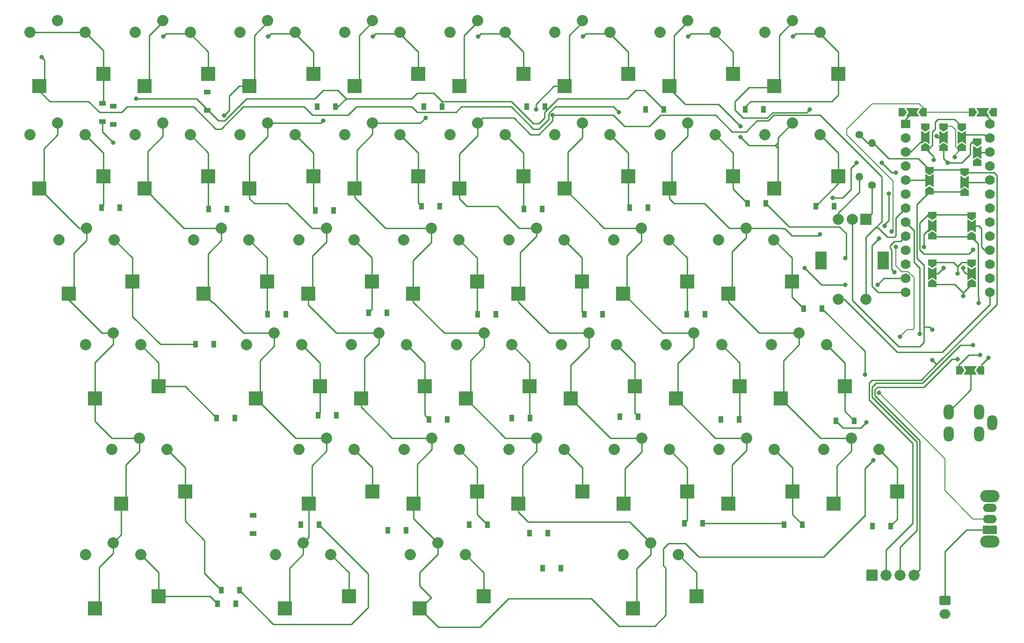
<source format=gbr>
%TF.GenerationSoftware,KiCad,Pcbnew,8.0.6*%
%TF.CreationDate,2024-11-03T15:23:54-07:00*%
%TF.ProjectId,simple_split,73696d70-6c65-45f7-9370-6c69742e6b69,v1.0.0*%
%TF.SameCoordinates,Original*%
%TF.FileFunction,Copper,L1,Top*%
%TF.FilePolarity,Positive*%
%FSLAX46Y46*%
G04 Gerber Fmt 4.6, Leading zero omitted, Abs format (unit mm)*
G04 Created by KiCad (PCBNEW 8.0.6) date 2024-11-03 15:23:54*
%MOMM*%
%LPD*%
G01*
G04 APERTURE LIST*
G04 Aperture macros list*
%AMRoundRect*
0 Rectangle with rounded corners*
0 $1 Rounding radius*
0 $2 $3 $4 $5 $6 $7 $8 $9 X,Y pos of 4 corners*
0 Add a 4 corners polygon primitive as box body*
4,1,4,$2,$3,$4,$5,$6,$7,$8,$9,$2,$3,0*
0 Add four circle primitives for the rounded corners*
1,1,$1+$1,$2,$3*
1,1,$1+$1,$4,$5*
1,1,$1+$1,$6,$7*
1,1,$1+$1,$8,$9*
0 Add four rect primitives between the rounded corners*
20,1,$1+$1,$2,$3,$4,$5,0*
20,1,$1+$1,$4,$5,$6,$7,0*
20,1,$1+$1,$6,$7,$8,$9,0*
20,1,$1+$1,$8,$9,$2,$3,0*%
%AMFreePoly0*
4,1,7,0.700000,0.000000,1.200000,-0.750000,-1.200000,-0.750000,-0.700000,0.000000,-1.200000,0.750000,1.200000,0.750000,0.700000,0.000000,0.700000,0.000000,$1*%
%AMFreePoly1*
4,1,6,1.000000,0.000000,0.500000,-0.750000,-0.500000,-0.750000,-0.500000,0.750000,0.500000,0.750000,1.000000,0.000000,1.000000,0.000000,$1*%
G04 Aperture macros list end*
%TA.AperFunction,ComponentPad*%
%ADD10C,2.032000*%
%TD*%
%TA.AperFunction,SMDPad,CuDef*%
%ADD11R,2.600000X2.600000*%
%TD*%
%TA.AperFunction,ComponentPad*%
%ADD12C,0.800000*%
%TD*%
%TA.AperFunction,SMDPad,CuDef*%
%ADD13R,0.900000X1.200000*%
%TD*%
%TA.AperFunction,SMDPad,CuDef*%
%ADD14R,1.200000X0.900000*%
%TD*%
%TA.AperFunction,ComponentPad*%
%ADD15C,1.400000*%
%TD*%
%TA.AperFunction,ComponentPad*%
%ADD16O,1.400000X1.400000*%
%TD*%
%TA.AperFunction,ComponentPad*%
%ADD17RoundRect,0.250000X-0.750000X0.600000X-0.750000X-0.600000X0.750000X-0.600000X0.750000X0.600000X0*%
%TD*%
%TA.AperFunction,ComponentPad*%
%ADD18O,2.000000X1.700000*%
%TD*%
%TA.AperFunction,ComponentPad*%
%ADD19R,2.000000X2.000000*%
%TD*%
%TA.AperFunction,ComponentPad*%
%ADD20C,2.000000*%
%TD*%
%TA.AperFunction,SMDPad,CuDef*%
%ADD21FreePoly0,270.000000*%
%TD*%
%TA.AperFunction,SMDPad,CuDef*%
%ADD22FreePoly1,270.000000*%
%TD*%
%TA.AperFunction,SMDPad,CuDef*%
%ADD23FreePoly1,90.000000*%
%TD*%
%TA.AperFunction,SMDPad,CuDef*%
%ADD24FreePoly0,90.000000*%
%TD*%
%TA.AperFunction,SMDPad,CuDef*%
%ADD25FreePoly0,0.000000*%
%TD*%
%TA.AperFunction,SMDPad,CuDef*%
%ADD26FreePoly1,0.000000*%
%TD*%
%TA.AperFunction,SMDPad,CuDef*%
%ADD27FreePoly1,180.000000*%
%TD*%
%TA.AperFunction,ComponentPad*%
%ADD28R,1.778000X1.524000*%
%TD*%
%TA.AperFunction,ComponentPad*%
%ADD29C,1.778000*%
%TD*%
%TA.AperFunction,ComponentPad*%
%ADD30O,3.500000X2.200000*%
%TD*%
%TA.AperFunction,ComponentPad*%
%ADD31R,2.500000X1.500000*%
%TD*%
%TA.AperFunction,ComponentPad*%
%ADD32O,2.500000X1.500000*%
%TD*%
%TA.AperFunction,ComponentPad*%
%ADD33O,1.800000X2.800000*%
%TD*%
%TA.AperFunction,ComponentPad*%
%ADD34R,2.000000X3.200000*%
%TD*%
%TA.AperFunction,ViaPad*%
%ADD35C,0.800000*%
%TD*%
%TA.AperFunction,Conductor*%
%ADD36C,0.250000*%
%TD*%
%TA.AperFunction,Conductor*%
%ADD37C,0.200000*%
%TD*%
G04 APERTURE END LIST*
D10*
%TO.P,F6,2,B*%
%TO.N,Net-(D40-A)*%
X238907500Y-87000000D03*
D11*
X242182500Y-94550000D03*
D10*
%TO.P,F6,1,A*%
%TO.N,/F*%
X233907500Y-84900000D03*
%TO.P,F6,2,B*%
%TO.N,Net-(D40-A)*%
X228907500Y-87000000D03*
D11*
%TO.P,F6,1,A*%
%TO.N,/F*%
X230632500Y-96750000D03*
%TD*%
D10*
%TO.P,F5,2,B*%
%TO.N,Net-(D39-A)*%
X219907500Y-87000000D03*
D11*
X223182500Y-94550000D03*
D10*
%TO.P,F5,1,A*%
%TO.N,/E*%
X214907500Y-84900000D03*
%TO.P,F5,2,B*%
%TO.N,Net-(D39-A)*%
X209907500Y-87000000D03*
D11*
%TO.P,F5,1,A*%
%TO.N,/E*%
X211632500Y-96750000D03*
%TD*%
D10*
%TO.P,F4,2,B*%
%TO.N,Net-(D38-A)*%
X200907500Y-87000000D03*
D11*
X204182500Y-94550000D03*
D10*
%TO.P,F4,1,A*%
%TO.N,/D*%
X195907500Y-84900000D03*
%TO.P,F4,2,B*%
%TO.N,Net-(D38-A)*%
X190907500Y-87000000D03*
D11*
%TO.P,F4,1,A*%
%TO.N,/D*%
X192632500Y-96750000D03*
%TD*%
D10*
%TO.P,F3,2,B*%
%TO.N,Net-(D37-A)*%
X181907500Y-87000000D03*
D11*
X185182500Y-94550000D03*
D10*
%TO.P,F3,1,A*%
%TO.N,/C*%
X176907500Y-84900000D03*
%TO.P,F3,2,B*%
%TO.N,Net-(D37-A)*%
X171907500Y-87000000D03*
D11*
%TO.P,F3,1,A*%
%TO.N,/C*%
X173632500Y-96750000D03*
%TD*%
D10*
%TO.P,F2,2,B*%
%TO.N,Net-(D36-A)*%
X162907500Y-87000000D03*
D11*
X166182500Y-94550000D03*
D10*
%TO.P,F2,1,A*%
%TO.N,/B*%
X157907500Y-84900000D03*
%TO.P,F2,2,B*%
%TO.N,Net-(D36-A)*%
X152907500Y-87000000D03*
D11*
%TO.P,F2,1,A*%
%TO.N,/B*%
X154632500Y-96750000D03*
%TD*%
D10*
%TO.P,F1,2,B*%
%TO.N,Net-(D34-A)*%
X143907500Y-87000000D03*
D11*
X147182500Y-94550000D03*
D10*
%TO.P,F1,1,A*%
%TO.N,/A*%
X138907500Y-84900000D03*
%TO.P,F1,2,B*%
%TO.N,Net-(D34-A)*%
X133907500Y-87000000D03*
D11*
%TO.P,F1,1,A*%
%TO.N,/A*%
X135632500Y-96750000D03*
%TD*%
D10*
%TO.P,Extra_Function_Key1,2,B*%
%TO.N,Net-(D41-A)*%
X257907500Y-87000000D03*
D11*
X261182500Y-94550000D03*
D10*
%TO.P,Extra_Function_Key1,1,A*%
%TO.N,/G*%
X252907500Y-84900000D03*
%TO.P,Extra_Function_Key1,2,B*%
%TO.N,Net-(D41-A)*%
X247907500Y-87000000D03*
D11*
%TO.P,Extra_Function_Key1,1,A*%
%TO.N,/G*%
X249632500Y-96750000D03*
%TD*%
D12*
%TO.P,D41,1,K*%
%TO.N,/6*%
X247650000Y-101000000D03*
D13*
X247650000Y-101000000D03*
D12*
%TO.P,D41,2,A*%
%TO.N,Net-(D41-A)*%
X244350000Y-101000000D03*
D13*
X244350000Y-101000000D03*
%TD*%
D12*
%TO.P,D40,1,K*%
%TO.N,/6*%
X229650000Y-101000000D03*
D13*
X229650000Y-101000000D03*
D12*
%TO.P,D40,2,A*%
%TO.N,Net-(D40-A)*%
X226350000Y-101000000D03*
D13*
X226350000Y-101000000D03*
%TD*%
D12*
%TO.P,D39,1,K*%
%TO.N,/6*%
X208150000Y-100500000D03*
D13*
X208150000Y-100500000D03*
D12*
%TO.P,D39,2,A*%
%TO.N,Net-(D39-A)*%
X204850000Y-100500000D03*
D13*
X204850000Y-100500000D03*
%TD*%
D12*
%TO.P,D38,1,K*%
%TO.N,/6*%
X189500000Y-100500000D03*
D13*
X189500000Y-100500000D03*
D12*
%TO.P,D38,2,A*%
%TO.N,Net-(D38-A)*%
X186200000Y-100500000D03*
D13*
X186200000Y-100500000D03*
%TD*%
D12*
%TO.P,D37,1,K*%
%TO.N,/6*%
X170150000Y-100500000D03*
D13*
X170150000Y-100500000D03*
D12*
%TO.P,D37,2,A*%
%TO.N,Net-(D37-A)*%
X166850000Y-100500000D03*
D13*
X166850000Y-100500000D03*
%TD*%
D12*
%TO.P,D36,1,K*%
%TO.N,/6*%
X147000000Y-101150000D03*
D14*
X147000000Y-101150000D03*
D12*
%TO.P,D36,2,A*%
%TO.N,Net-(D36-A)*%
X147000000Y-97850000D03*
D14*
X147000000Y-97850000D03*
%TD*%
D12*
%TO.P,D34,1,K*%
%TO.N,/6*%
X130000000Y-103650000D03*
D14*
X130000000Y-103650000D03*
D12*
%TO.P,D34,2,A*%
%TO.N,Net-(D34-A)*%
X130000000Y-100350000D03*
D14*
X130000000Y-100350000D03*
%TD*%
D10*
%TO.P,S33,2,B*%
%TO.N,Net-(D33-A)*%
X247907500Y-105552000D03*
X257907500Y-105552000D03*
D11*
X261182500Y-113102000D03*
%TO.P,S33,1,A*%
%TO.N,/F*%
X249632500Y-115302000D03*
D10*
X252907500Y-103452000D03*
%TD*%
D15*
%TO.P,R3,1*%
%TO.N,/Rotary_A*%
X267260000Y-114644000D03*
D16*
%TO.P,R3,2*%
%TO.N,/VCC*%
X267260000Y-107024000D03*
%TD*%
D12*
%TO.P,D26,1,K*%
%TO.N,/4*%
X236652000Y-175858000D03*
D13*
X236652000Y-175858000D03*
D12*
%TO.P,D26,2,A*%
%TO.N,Net-(D26-A)*%
X233352000Y-175858000D03*
D13*
X233352000Y-175858000D03*
%TD*%
D12*
%TO.P,D24,1,K*%
%TO.N,/4*%
X194364000Y-176112000D03*
D13*
X194364000Y-176112000D03*
D12*
%TO.P,D24,2,A*%
%TO.N,Net-(D24-A)*%
X197664000Y-176112000D03*
D13*
X197664000Y-176112000D03*
%TD*%
D10*
%TO.P,S31,1,A*%
%TO.N,/C*%
X188725500Y-179452000D03*
D11*
X185450500Y-191302000D03*
%TO.P,S31,2,B*%
%TO.N,Net-(D31-A)*%
X197000500Y-189102000D03*
D10*
X193725500Y-181552000D03*
X183725500Y-181552000D03*
%TD*%
%TO.P,S8,1,A*%
%TO.N,/A*%
X125170000Y-122452000D03*
D11*
X121895000Y-134302000D03*
%TO.P,S8,2,B*%
%TO.N,Net-(D8-A)*%
X133445000Y-132102000D03*
D10*
X130170000Y-124552000D03*
X120170000Y-124552000D03*
%TD*%
D12*
%TO.P,D6,1,K*%
%TO.N,/1*%
X226746000Y-118708000D03*
D13*
X226746000Y-118708000D03*
D12*
%TO.P,D6,2,A*%
%TO.N,Net-(D6-A)*%
X223446000Y-118708000D03*
D13*
X223446000Y-118708000D03*
%TD*%
D12*
%TO.P,D33,1,K*%
%TO.N,/5*%
X260400000Y-118454000D03*
D13*
X260400000Y-118454000D03*
D12*
%TO.P,D33,2,A*%
%TO.N,Net-(D33-A)*%
X257100000Y-118454000D03*
D13*
X257100000Y-118454000D03*
%TD*%
D12*
%TO.P,D9,1,K*%
%TO.N,/2*%
X161214000Y-138012000D03*
D13*
X161214000Y-138012000D03*
D12*
%TO.P,D9,2,A*%
%TO.N,Net-(D9-A)*%
X157914000Y-138012000D03*
D13*
X157914000Y-138012000D03*
%TD*%
D12*
%TO.P,D16,1,K*%
%TO.N,/3*%
X170358000Y-156300000D03*
D13*
X170358000Y-156300000D03*
D12*
%TO.P,D16,2,A*%
%TO.N,Net-(D16-A)*%
X167058000Y-156300000D03*
D13*
X167058000Y-156300000D03*
%TD*%
D12*
%TO.P,D10,1,K*%
%TO.N,/2*%
X179502000Y-137758000D03*
D13*
X179502000Y-137758000D03*
D12*
%TO.P,D10,2,A*%
%TO.N,Net-(D10-A)*%
X176202000Y-137758000D03*
D13*
X176202000Y-137758000D03*
%TD*%
D10*
%TO.P,S20,1,A*%
%TO.N,/F*%
X235079000Y-141452000D03*
D11*
X231804000Y-153302000D03*
%TO.P,S20,2,B*%
%TO.N,Net-(D20-A)*%
X243354000Y-151102000D03*
D10*
X240079000Y-143552000D03*
X230079000Y-143552000D03*
%TD*%
%TO.P,S11,1,A*%
%TO.N,/D*%
X187554000Y-122452000D03*
D11*
X184279000Y-134302000D03*
%TO.P,S11,2,B*%
%TO.N,Net-(D11-A)*%
X195829000Y-132102000D03*
D10*
X192554000Y-124552000D03*
X182554000Y-124552000D03*
%TD*%
D17*
%TO.P,J2,1,Pin_1*%
%TO.N,Net-(J2-Pin_1)*%
X280475500Y-189848000D03*
D18*
%TO.P,J2,2,Pin_2*%
%TO.N,/Bat-*%
X280475500Y-192348000D03*
%TD*%
D12*
%TO.P,D23,1,K*%
%TO.N,/4*%
X167184000Y-176112000D03*
D13*
X167184000Y-176112000D03*
D12*
%TO.P,D23,2,A*%
%TO.N,Net-(D23-A)*%
X163884000Y-176112000D03*
D13*
X163884000Y-176112000D03*
%TD*%
D12*
%TO.P,D7,1,K*%
%TO.N,/1*%
X248082000Y-117946000D03*
D13*
X248082000Y-117946000D03*
D12*
%TO.P,D7,2,A*%
%TO.N,Net-(D7-A)*%
X244782000Y-117946000D03*
D13*
X244782000Y-117946000D03*
%TD*%
D10*
%TO.P,S6,1,A*%
%TO.N,/F*%
X214907500Y-103452000D03*
D11*
X211632500Y-115302000D03*
%TO.P,S6,2,B*%
%TO.N,Net-(D6-A)*%
X223182500Y-113102000D03*
D10*
X219907500Y-105552000D03*
X209907500Y-105552000D03*
%TD*%
D19*
%TO.P,U2,1,GND*%
%TO.N,/GND*%
X267260000Y-185256000D03*
D20*
%TO.P,U2,2,VCC*%
%TO.N,/VCC*%
X269800000Y-185256000D03*
%TO.P,U2,3,SCL*%
%TO.N,/SCL*%
X272340000Y-185256000D03*
%TO.P,U2,4,SDA*%
%TO.N,/SDA*%
X274880000Y-185256000D03*
%TD*%
D21*
%TO.P,VCC1,1,COM*%
%TO.N,Net-(U1-VCC)*%
X284024000Y-114136000D03*
D22*
%TO.P,VCC1,2,L*%
%TO.N,/VCC*%
X284024000Y-112136000D03*
D23*
%TO.P,VCC1,3,R*%
%TO.N,/GND*%
X284024000Y-116136000D03*
%TD*%
D10*
%TO.P,S35,1,A*%
%TO.N,/G*%
X119907500Y-84900000D03*
D11*
X116632500Y-96750000D03*
%TO.P,S35,2,B*%
%TO.N,Net-(D35-A)*%
X128182500Y-94550000D03*
D10*
X124907500Y-87000000D03*
X114907500Y-87000000D03*
%TD*%
%TO.P,S4,1,A*%
%TO.N,/D*%
X176907500Y-103452000D03*
D11*
X173632500Y-115302000D03*
%TO.P,S4,2,B*%
%TO.N,Net-(D4-A)*%
X185182500Y-113102000D03*
D10*
X181907500Y-105552000D03*
X171907500Y-105552000D03*
%TD*%
%TO.P,S3,1,A*%
%TO.N,/C*%
X157907500Y-103452000D03*
D11*
X154632500Y-115302000D03*
%TO.P,S3,2,B*%
%TO.N,Net-(D3-A)*%
X166182500Y-113102000D03*
D10*
X162907500Y-105552000D03*
X152907500Y-105552000D03*
%TD*%
D12*
%TO.P,D15,1,K*%
%TO.N,/3*%
X152000000Y-156808000D03*
D13*
X152000000Y-156808000D03*
D12*
%TO.P,D15,2,A*%
%TO.N,Net-(D15-A)*%
X148700000Y-156808000D03*
D13*
X148700000Y-156808000D03*
%TD*%
D24*
%TO.P,GND1,1,COM*%
%TO.N,Net-(GND1-COM)*%
X277674000Y-113850000D03*
D23*
%TO.P,GND1,2,L*%
%TO.N,/GND*%
X277674000Y-115850000D03*
D22*
%TO.P,GND1,3,R*%
%TO.N,/VCC*%
X277674000Y-111850000D03*
%TD*%
D25*
%TO.P,GND2,1,COM*%
%TO.N,Net-(GND2-COM)*%
X274658000Y-101436000D03*
D26*
%TO.P,GND2,2,L*%
%TO.N,unconnected-(GND2-L-Pad2)*%
X272658000Y-101436000D03*
D27*
%TO.P,GND2,3,R*%
%TO.N,/Bat+*%
X276658000Y-101436000D03*
%TD*%
D24*
%TO.P,RXI1,1,COM*%
%TO.N,Net-(RXI1-COM)*%
X286310000Y-108732000D03*
D23*
%TO.P,RXI1,2,L*%
%TO.N,unconnected-(RXI1-L-Pad2)*%
X286310000Y-110732000D03*
D22*
%TO.P,RXI1,3,R*%
%TO.N,/TXD*%
X286310000Y-106732000D03*
%TD*%
D10*
%TO.P,S5,1,A*%
%TO.N,/E*%
X195907500Y-103452000D03*
D11*
X192632500Y-115302000D03*
%TO.P,S5,2,B*%
%TO.N,Net-(D5-A)*%
X204182500Y-113102000D03*
D10*
X200907500Y-105552000D03*
X190907500Y-105552000D03*
%TD*%
D12*
%TO.P,D4,1,K*%
%TO.N,/1*%
X189026000Y-118454000D03*
D13*
X189026000Y-118454000D03*
D12*
%TO.P,D4,2,A*%
%TO.N,Net-(D4-A)*%
X185726000Y-118454000D03*
D13*
X185726000Y-118454000D03*
%TD*%
D12*
%TO.P,D5,1,K*%
%TO.N,/1*%
X207568000Y-118962000D03*
D13*
X207568000Y-118962000D03*
D12*
%TO.P,D5,2,A*%
%TO.N,Net-(D5-A)*%
X204268000Y-118962000D03*
D13*
X204268000Y-118962000D03*
%TD*%
D10*
%TO.P,S25,1,A*%
%TO.N,/D*%
X206604000Y-160452000D03*
D11*
X203329000Y-172302000D03*
%TO.P,S25,2,B*%
%TO.N,Net-(D25-A)*%
X214879000Y-170102000D03*
D10*
X211604000Y-162552000D03*
X201604000Y-162552000D03*
%TD*%
D24*
%TO.P,SCL1,1,COM*%
%TO.N,Net-(SCL1-COM)*%
X278182000Y-130646000D03*
D23*
%TO.P,SCL1,2,L*%
%TO.N,/SCL*%
X278182000Y-132646000D03*
D22*
%TO.P,SCL1,3,R*%
%TO.N,/3*%
X278182000Y-128646000D03*
%TD*%
D10*
%TO.P,S7,1,A*%
%TO.N,/G*%
X233907500Y-103452000D03*
D11*
X230632500Y-115302000D03*
%TO.P,S7,2,B*%
%TO.N,Net-(D7-A)*%
X242182500Y-113102000D03*
D10*
X238907500Y-105552000D03*
X228907500Y-105552000D03*
%TD*%
%TO.P,S1,1,A*%
%TO.N,/A*%
X119907500Y-103452000D03*
D11*
X116632500Y-115302000D03*
%TO.P,S1,2,B*%
%TO.N,Net-(D1-A)*%
X128182500Y-113102000D03*
D10*
X124907500Y-105552000D03*
X114907500Y-105552000D03*
%TD*%
D25*
%TO.P,Bat+1,1,COM*%
%TO.N,Net-(Bat+1-COM)*%
X287358000Y-101436000D03*
D26*
%TO.P,Bat+1,2,L*%
%TO.N,/Bat+*%
X285358000Y-101436000D03*
D27*
%TO.P,Bat+1,3,R*%
%TO.N,unconnected-(Bat+1-R-Pad3)*%
X289358000Y-101436000D03*
%TD*%
D12*
%TO.P,D30,1,K*%
%TO.N,/5*%
X155246000Y-174462000D03*
D14*
X155246000Y-174462000D03*
D12*
%TO.P,D30,2,A*%
%TO.N,Net-(D30-A)*%
X155246000Y-177762000D03*
D14*
X155246000Y-177762000D03*
%TD*%
D12*
%TO.P,D28,1,K*%
%TO.N,/4*%
X267388000Y-176366000D03*
D13*
X267388000Y-176366000D03*
D12*
%TO.P,D28,2,A*%
%TO.N,Net-(D28-A)*%
X270688000Y-176366000D03*
D13*
X270688000Y-176366000D03*
%TD*%
D10*
%TO.P,S12,1,A*%
%TO.N,/E*%
X206554000Y-122452000D03*
D11*
X203279000Y-134302000D03*
%TO.P,S12,2,B*%
%TO.N,Net-(D12-A)*%
X214829000Y-132102000D03*
D10*
X211554000Y-124552000D03*
X201554000Y-124552000D03*
%TD*%
%TO.P,S24,1,A*%
%TO.N,/C*%
X187604000Y-160452000D03*
D11*
X184329000Y-172302000D03*
%TO.P,S24,2,B*%
%TO.N,Net-(D24-A)*%
X195879000Y-170102000D03*
D10*
X192604000Y-162552000D03*
X182604000Y-162552000D03*
%TD*%
D12*
%TO.P,D12,1,K*%
%TO.N,/2*%
X218490000Y-138012000D03*
D13*
X218490000Y-138012000D03*
D12*
%TO.P,D12,2,A*%
%TO.N,Net-(D12-A)*%
X215190000Y-138012000D03*
D13*
X215190000Y-138012000D03*
%TD*%
D28*
%TO.P,U1,0,GND*%
%TO.N,Net-(GND2-COM)*%
X273356000Y-103595000D03*
D29*
%TO.P,U1,1,Txd*%
%TO.N,Net-(TXD2-COM)*%
X273356000Y-106135000D03*
%TO.P,U1,2,RXI*%
%TO.N,Net-(RXI2-COM)*%
X273356000Y-108675000D03*
%TO.P,U1,3,GND*%
%TO.N,unconnected-(U1-GND-Pad3)*%
X273356000Y-111215000D03*
%TO.P,U1,4,GND*%
%TO.N,Net-(GND1-COM)*%
X273356000Y-113755000D03*
%TO.P,U1,5,2*%
%TO.N,/F*%
X273356000Y-116295000D03*
%TO.P,U1,6,3*%
%TO.N,/E*%
X273356000Y-118835000D03*
%TO.P,U1,7,4*%
%TO.N,/D*%
X273356000Y-121375000D03*
%TO.P,U1,8,5*%
%TO.N,/C*%
X273356000Y-123915000D03*
%TO.P,U1,9,6*%
%TO.N,Net-(SDA1-COM)*%
X273356000Y-126455000D03*
%TO.P,U1,10,7*%
%TO.N,Net-(SCL1-COM)*%
X273356000Y-128995000D03*
%TO.P,U1,11,8*%
%TO.N,/B*%
X273356000Y-131535000D03*
%TO.P,U1,12,9*%
%TO.N,/A*%
X273356000Y-134075000D03*
%TO.P,U1,13,10*%
%TO.N,/5*%
X288596000Y-134075000D03*
%TO.P,U1,14,16*%
%TO.N,/4*%
X288596000Y-131535000D03*
%TO.P,U1,15,14*%
%TO.N,Net-(P3-COM)*%
X288596000Y-128995000D03*
%TO.P,U1,16,15*%
%TO.N,Net-(P2-COM)*%
X288596000Y-126455000D03*
%TO.P,U1,17,A0*%
%TO.N,/1*%
X288596000Y-123915000D03*
%TO.P,U1,18,A1*%
%TO.N,/Rotary_A*%
X288596000Y-121375000D03*
%TO.P,U1,19,A2*%
%TO.N,/Rotary_B*%
X288596000Y-118835000D03*
%TO.P,U1,20,A3*%
%TO.N,/G*%
X288596000Y-116295000D03*
%TO.P,U1,21,VCC*%
%TO.N,Net-(U1-VCC)*%
X288596000Y-113755000D03*
%TO.P,U1,22,RST*%
%TO.N,unconnected-(U1-RST-Pad22)*%
X288596000Y-111215000D03*
%TO.P,U1,23,GND*%
%TO.N,Net-(RXI1-COM)*%
X288596000Y-108675000D03*
%TO.P,U1,24,Bat-*%
%TO.N,Net-(TXD1-COM)*%
X288596000Y-106135000D03*
%TO.P,U1,25,Bat+*%
%TO.N,Net-(Bat+1-COM)*%
X288596000Y-103595000D03*
%TD*%
D12*
%TO.P,D17,1,K*%
%TO.N,/3*%
X190424000Y-157062000D03*
D13*
X190424000Y-157062000D03*
D12*
%TO.P,D17,2,A*%
%TO.N,Net-(D17-A)*%
X187124000Y-157062000D03*
D13*
X187124000Y-157062000D03*
%TD*%
D21*
%TO.P,P3,1,COM*%
%TO.N,Net-(P3-COM)*%
X285294000Y-130646000D03*
D22*
%TO.P,P3,2,L*%
%TO.N,/3*%
X285294000Y-128646000D03*
D23*
%TO.P,P3,3,R*%
%TO.N,/SCL*%
X285294000Y-132646000D03*
%TD*%
D12*
%TO.P,D14,1,K*%
%TO.N,/2*%
X258242000Y-136996000D03*
D13*
X258242000Y-136996000D03*
D12*
%TO.P,D14,2,A*%
%TO.N,Net-(D14-A)*%
X254942000Y-136996000D03*
D13*
X254942000Y-136996000D03*
%TD*%
D12*
%TO.P,D20,1,K*%
%TO.N,/3*%
X239956000Y-157062000D03*
D13*
X239956000Y-157062000D03*
D12*
%TO.P,D20,2,A*%
%TO.N,Net-(D20-A)*%
X243256000Y-157062000D03*
D13*
X243256000Y-157062000D03*
%TD*%
D12*
%TO.P,D25,1,K*%
%TO.N,/4*%
X208586000Y-177636000D03*
D13*
X208586000Y-177636000D03*
D12*
%TO.P,D25,2,A*%
%TO.N,Net-(D25-A)*%
X205286000Y-177636000D03*
D13*
X205286000Y-177636000D03*
%TD*%
D12*
%TO.P,D22,1,K*%
%TO.N,/4*%
X152800000Y-188000000D03*
D13*
X152800000Y-188000000D03*
D12*
%TO.P,D22,2,A*%
%TO.N,Net-(D22-A)*%
X149500000Y-188000000D03*
D13*
X149500000Y-188000000D03*
%TD*%
D10*
%TO.P,S2,1,A*%
%TO.N,/B*%
X138907500Y-103452000D03*
D11*
X135632500Y-115302000D03*
%TO.P,S2,2,B*%
%TO.N,Net-(D2-A)*%
X147182500Y-113102000D03*
D10*
X143907500Y-105552000D03*
X133907500Y-105552000D03*
%TD*%
D12*
%TO.P,D3,1,K*%
%TO.N,/1*%
X169850000Y-119216000D03*
D13*
X169850000Y-119216000D03*
D12*
%TO.P,D3,2,A*%
%TO.N,Net-(D3-A)*%
X166550000Y-119216000D03*
D13*
X166550000Y-119216000D03*
%TD*%
D10*
%TO.P,S16,1,A*%
%TO.N,/B*%
X159079000Y-141452000D03*
D11*
X155804000Y-153302000D03*
%TO.P,S16,2,B*%
%TO.N,Net-(D16-A)*%
X167354000Y-151102000D03*
D10*
X164079000Y-143552000D03*
X154079000Y-143552000D03*
%TD*%
%TO.P,S21,1,A*%
%TO.N,/G*%
X254079000Y-141452000D03*
D11*
X250804000Y-153302000D03*
%TO.P,S21,2,B*%
%TO.N,Net-(D21-A)*%
X262354000Y-151102000D03*
D10*
X259079000Y-143552000D03*
X249079000Y-143552000D03*
%TD*%
%TO.P,S26,1,A*%
%TO.N,/E*%
X225604000Y-160452000D03*
D11*
X222329000Y-172302000D03*
%TO.P,S26,2,B*%
%TO.N,Net-(D26-A)*%
X233879000Y-170102000D03*
D10*
X230604000Y-162552000D03*
X220604000Y-162552000D03*
%TD*%
D12*
%TO.P,D21,1,K*%
%TO.N,/3*%
X260784000Y-157316000D03*
D13*
X260784000Y-157316000D03*
D12*
%TO.P,D21,2,A*%
%TO.N,Net-(D21-A)*%
X264084000Y-157316000D03*
D13*
X264084000Y-157316000D03*
%TD*%
D10*
%TO.P,S17,1,A*%
%TO.N,/C*%
X178079000Y-141452000D03*
D11*
X174804000Y-153302000D03*
%TO.P,S17,2,B*%
%TO.N,Net-(D17-A)*%
X186354000Y-151102000D03*
D10*
X183079000Y-143552000D03*
X173079000Y-143552000D03*
%TD*%
D21*
%TO.P,P2,1,COM*%
%TO.N,Net-(P2-COM)*%
X285294000Y-122080000D03*
D22*
%TO.P,P2,2,L*%
%TO.N,/2*%
X285294000Y-120080000D03*
D23*
%TO.P,P2,3,R*%
%TO.N,/SDA*%
X285294000Y-124080000D03*
%TD*%
D10*
%TO.P,S18,1,A*%
%TO.N,/D*%
X197079000Y-141452000D03*
D11*
X193804000Y-153302000D03*
%TO.P,S18,2,B*%
%TO.N,Net-(D18-A)*%
X205354000Y-151102000D03*
D10*
X202079000Y-143552000D03*
X192079000Y-143552000D03*
%TD*%
D24*
%TO.P,SDA1,1,COM*%
%TO.N,Net-(SDA1-COM)*%
X278182000Y-122010000D03*
D23*
%TO.P,SDA1,2,L*%
%TO.N,/SDA*%
X278182000Y-124010000D03*
D22*
%TO.P,SDA1,3,R*%
%TO.N,/2*%
X278182000Y-120010000D03*
%TD*%
D12*
%TO.P,D35,1,K*%
%TO.N,/5*%
X128000000Y-103150000D03*
D14*
X128000000Y-103150000D03*
D12*
%TO.P,D35,2,A*%
%TO.N,Net-(D35-A)*%
X128000000Y-99850000D03*
D14*
X128000000Y-99850000D03*
%TD*%
D10*
%TO.P,S32,1,A*%
%TO.N,/D*%
X227275500Y-179452000D03*
D11*
X224000500Y-191302000D03*
%TO.P,S32,2,B*%
%TO.N,Net-(D32-A)*%
X235550500Y-189102000D03*
D10*
X232275500Y-181552000D03*
X222275500Y-181552000D03*
%TD*%
%TO.P,S29,1,A*%
%TO.N,/A*%
X129932500Y-179452000D03*
D11*
X126657500Y-191302000D03*
%TO.P,S29,2,B*%
%TO.N,Net-(D29-A)*%
X138207500Y-189102000D03*
D10*
X134932500Y-181552000D03*
X124932500Y-181552000D03*
%TD*%
D12*
%TO.P,D31,1,K*%
%TO.N,/5*%
X179630000Y-177128000D03*
D13*
X179630000Y-177128000D03*
D12*
%TO.P,D31,2,A*%
%TO.N,Net-(D31-A)*%
X182930000Y-177128000D03*
D13*
X182930000Y-177128000D03*
%TD*%
D10*
%TO.P,S23,1,A*%
%TO.N,/B*%
X168604000Y-160452000D03*
D11*
X165329000Y-172302000D03*
%TO.P,S23,2,B*%
%TO.N,Net-(D23-A)*%
X176879000Y-170102000D03*
D10*
X173604000Y-162552000D03*
X163604000Y-162552000D03*
%TD*%
D12*
%TO.P,D11,1,K*%
%TO.N,/2*%
X199186000Y-138012000D03*
D13*
X199186000Y-138012000D03*
D12*
%TO.P,D11,2,A*%
%TO.N,Net-(D11-A)*%
X195886000Y-138012000D03*
D13*
X195886000Y-138012000D03*
%TD*%
D10*
%TO.P,S14,1,A*%
%TO.N,/G*%
X244554000Y-122452000D03*
D11*
X241279000Y-134302000D03*
%TO.P,S14,2,B*%
%TO.N,Net-(D14-A)*%
X252829000Y-132102000D03*
D10*
X249554000Y-124552000D03*
X239554000Y-124552000D03*
%TD*%
D12*
%TO.P,D32,1,K*%
%TO.N,/5*%
X207700000Y-184000000D03*
D13*
X207700000Y-184000000D03*
D12*
%TO.P,D32,2,A*%
%TO.N,Net-(D32-A)*%
X211000000Y-184000000D03*
D13*
X211000000Y-184000000D03*
%TD*%
D30*
%TO.P,SW1,*%
%TO.N,*%
X288628000Y-179196000D03*
X288628000Y-170996000D03*
D31*
%TO.P,SW1,1,B*%
%TO.N,Net-(J2-Pin_1)*%
X288628000Y-177096000D03*
D32*
%TO.P,SW1,2,C*%
%TO.N,/Bat+*%
X288628000Y-175096000D03*
%TO.P,SW1,3,A*%
%TO.N,unconnected-(SW1-A-Pad3)*%
X288628000Y-173096000D03*
%TD*%
D12*
%TO.P,D2,1,K*%
%TO.N,/1*%
X150546000Y-118962000D03*
D13*
X150546000Y-118962000D03*
D12*
%TO.P,D2,2,A*%
%TO.N,Net-(D2-A)*%
X147246000Y-118962000D03*
D13*
X147246000Y-118962000D03*
%TD*%
D33*
%TO.P,J1,R*%
%TO.N,Net-(COM_SELECT1-COM)*%
X281194000Y-155724000D03*
X281194000Y-159724000D03*
%TO.P,J1,S*%
%TO.N,/GND*%
X289094000Y-157724000D03*
%TO.P,J1,T*%
%TO.N,/VCC*%
X286694000Y-155724000D03*
X286694000Y-159724000D03*
%TD*%
D12*
%TO.P,D27,1,K*%
%TO.N,/4*%
X251386000Y-176112000D03*
D13*
X251386000Y-176112000D03*
D12*
%TO.P,D27,2,A*%
%TO.N,Net-(D27-A)*%
X254686000Y-176112000D03*
D13*
X254686000Y-176112000D03*
%TD*%
D10*
%TO.P,S27,1,A*%
%TO.N,/F*%
X244604000Y-160452000D03*
D11*
X241329000Y-172302000D03*
%TO.P,S27,2,B*%
%TO.N,Net-(D27-A)*%
X252879000Y-170102000D03*
D10*
X249604000Y-162552000D03*
X239604000Y-162552000D03*
%TD*%
D19*
%TO.P,R1,A,A*%
%TO.N,/Rotary_A*%
X266204000Y-120856000D03*
D20*
%TO.P,R1,B,B*%
%TO.N,/Rotary_B*%
X261204000Y-120856000D03*
%TO.P,R1,C,C*%
%TO.N,/GND*%
X263704000Y-120856000D03*
D34*
%TO.P,R1,MP*%
%TO.N,N/C*%
X269304000Y-128356000D03*
X258104000Y-128356000D03*
D20*
%TO.P,R1,S1,S1*%
%TO.N,/5*%
X261204000Y-135356000D03*
%TO.P,R1,S2,S2*%
%TO.N,/E*%
X266204000Y-135356000D03*
%TD*%
D25*
%TO.P,COM_SELECT1,1,COM*%
%TO.N,Net-(COM_SELECT1-COM)*%
X285072000Y-148172000D03*
D26*
%TO.P,COM_SELECT1,2,L*%
%TO.N,/RXI*%
X283072000Y-148172000D03*
D27*
%TO.P,COM_SELECT1,3,R*%
%TO.N,/TXD*%
X287072000Y-148172000D03*
%TD*%
D10*
%TO.P,S28,1,A*%
%TO.N,/G*%
X263604000Y-160452000D03*
D11*
X260329000Y-172302000D03*
%TO.P,S28,2,B*%
%TO.N,Net-(D28-A)*%
X271879000Y-170102000D03*
D10*
X268604000Y-162552000D03*
X258604000Y-162552000D03*
%TD*%
D12*
%TO.P,D29,1,K*%
%TO.N,/5*%
X152150000Y-190500000D03*
D13*
X152150000Y-190500000D03*
D12*
%TO.P,D29,2,A*%
%TO.N,Net-(D29-A)*%
X148850000Y-190500000D03*
D13*
X148850000Y-190500000D03*
%TD*%
D12*
%TO.P,D13,1,K*%
%TO.N,/2*%
X237032000Y-138012000D03*
D13*
X237032000Y-138012000D03*
D12*
%TO.P,D13,2,A*%
%TO.N,Net-(D13-A)*%
X233732000Y-138012000D03*
D13*
X233732000Y-138012000D03*
%TD*%
D24*
%TO.P,RXI2,1,COM*%
%TO.N,Net-(RXI2-COM)*%
X276912000Y-106008000D03*
D23*
%TO.P,RXI2,2,L*%
%TO.N,/RXI*%
X276912000Y-108008000D03*
D22*
%TO.P,RXI2,3,R*%
%TO.N,unconnected-(RXI2-R-Pad3)*%
X276912000Y-104008000D03*
%TD*%
D10*
%TO.P,S15,1,A*%
%TO.N,/A*%
X129932500Y-141452000D03*
D11*
X126657500Y-153302000D03*
%TO.P,S15,2,B*%
%TO.N,Net-(D15-A)*%
X138207500Y-151102000D03*
D10*
X134932500Y-143552000D03*
X124932500Y-143552000D03*
%TD*%
%TO.P,S22,1,A*%
%TO.N,/A*%
X134695000Y-160452000D03*
D11*
X131420000Y-172302000D03*
%TO.P,S22,2,B*%
%TO.N,Net-(D22-A)*%
X142970000Y-170102000D03*
D10*
X139695000Y-162552000D03*
X129695000Y-162552000D03*
%TD*%
D12*
%TO.P,D19,1,K*%
%TO.N,/3*%
X221668000Y-156554000D03*
D13*
X221668000Y-156554000D03*
D12*
%TO.P,D19,2,A*%
%TO.N,Net-(D19-A)*%
X224968000Y-156554000D03*
D13*
X224968000Y-156554000D03*
%TD*%
D10*
%TO.P,S19,1,A*%
%TO.N,/E*%
X216079000Y-141452000D03*
D11*
X212804000Y-153302000D03*
%TO.P,S19,2,B*%
%TO.N,Net-(D19-A)*%
X224354000Y-151102000D03*
D10*
X221079000Y-143552000D03*
X211079000Y-143552000D03*
%TD*%
%TO.P,S9,1,A*%
%TO.N,/B*%
X149554000Y-122452000D03*
D11*
X146279000Y-134302000D03*
%TO.P,S9,2,B*%
%TO.N,Net-(D9-A)*%
X157829000Y-132102000D03*
D10*
X154554000Y-124552000D03*
X144554000Y-124552000D03*
%TD*%
D24*
%TO.P,TXD1,1,COM*%
%TO.N,Net-(TXD1-COM)*%
X283516000Y-106008000D03*
D23*
%TO.P,TXD1,2,L*%
%TO.N,/Bat-*%
X283516000Y-108008000D03*
D22*
%TO.P,TXD1,3,R*%
%TO.N,/RXI*%
X283516000Y-104008000D03*
%TD*%
D12*
%TO.P,D18,1,K*%
%TO.N,/3*%
X202110000Y-156808000D03*
D13*
X202110000Y-156808000D03*
D12*
%TO.P,D18,2,A*%
%TO.N,Net-(D18-A)*%
X205410000Y-156808000D03*
D13*
X205410000Y-156808000D03*
%TD*%
D10*
%TO.P,S13,1,A*%
%TO.N,/F*%
X225554000Y-122452000D03*
D11*
X222279000Y-134302000D03*
%TO.P,S13,2,B*%
%TO.N,Net-(D13-A)*%
X233829000Y-132102000D03*
D10*
X230554000Y-124552000D03*
X220554000Y-124552000D03*
%TD*%
D12*
%TO.P,D1,1,K*%
%TO.N,/1*%
X131116000Y-118708000D03*
D13*
X131116000Y-118708000D03*
D12*
%TO.P,D1,2,A*%
%TO.N,Net-(D1-A)*%
X127816000Y-118708000D03*
D13*
X127816000Y-118708000D03*
%TD*%
D12*
%TO.P,D8,1,K*%
%TO.N,/2*%
X148150000Y-143500000D03*
D13*
X148150000Y-143500000D03*
D12*
%TO.P,D8,2,A*%
%TO.N,Net-(D8-A)*%
X144850000Y-143500000D03*
D13*
X144850000Y-143500000D03*
%TD*%
D24*
%TO.P,TXD2,1,COM*%
%TO.N,Net-(TXD2-COM)*%
X280214000Y-106008000D03*
D23*
%TO.P,TXD2,2,L*%
%TO.N,/TXD*%
X280214000Y-108008000D03*
D22*
%TO.P,TXD2,3,R*%
%TO.N,/Bat-*%
X280214000Y-104008000D03*
%TD*%
D15*
%TO.P,R2,1*%
%TO.N,/VCC*%
X264974000Y-105500000D03*
D16*
%TO.P,R2,2*%
%TO.N,/Rotary_B*%
X264974000Y-113120000D03*
%TD*%
D10*
%TO.P,S10,1,A*%
%TO.N,/C*%
X168554000Y-122452000D03*
D11*
X165279000Y-134302000D03*
%TO.P,S10,2,B*%
%TO.N,Net-(D10-A)*%
X176829000Y-132102000D03*
D10*
X173554000Y-124552000D03*
X163554000Y-124552000D03*
%TD*%
%TO.P,S30,1,A*%
%TO.N,/B*%
X164341500Y-179452000D03*
D11*
X161066500Y-191302000D03*
%TO.P,S30,2,B*%
%TO.N,Net-(D30-A)*%
X172616500Y-189102000D03*
D10*
X169341500Y-181552000D03*
X159341500Y-181552000D03*
%TD*%
D35*
%TO.N,/6*%
X134150000Y-99000000D03*
%TO.N,/F*%
X243500000Y-106000000D03*
X243500000Y-104000000D03*
%TO.N,/E*%
X206500000Y-101000000D03*
X209500000Y-102000000D03*
%TO.N,/D*%
X186500000Y-102500000D03*
%TO.N,/C*%
X168000000Y-103000000D03*
%TO.N,Net-(D34-A)*%
X139000000Y-87753750D03*
%TO.N,Net-(D36-A)*%
X158000000Y-87753750D03*
%TO.N,Net-(D37-A)*%
X177000000Y-87753750D03*
%TO.N,Net-(D38-A)*%
X196000000Y-87753750D03*
%TO.N,Net-(D39-A)*%
X215000000Y-87753750D03*
%TO.N,Net-(D40-A)*%
X234000000Y-87753750D03*
%TO.N,/B*%
X150055000Y-102055000D03*
%TO.N,/G*%
X256000000Y-101000000D03*
%TO.N,Net-(D41-A)*%
X253000000Y-87753750D03*
%TO.N,/1*%
X262434000Y-127852000D03*
%TO.N,/2*%
X265990000Y-148934000D03*
X285548000Y-126328000D03*
%TO.N,/3*%
X282754000Y-130646000D03*
X266244000Y-157570000D03*
%TO.N,/5*%
X130000000Y-107000000D03*
%TO.N,/GND*%
X278182000Y-140806000D03*
%TO.N,/A*%
X269546000Y-122010000D03*
X270308000Y-116168000D03*
X268530000Y-124296000D03*
%TO.N,/B*%
X255068000Y-129630000D03*
X262434000Y-132678000D03*
X268276000Y-132678000D03*
%TO.N,/C*%
X271324000Y-130392000D03*
X267514000Y-164428000D03*
%TO.N,/D*%
X275896000Y-141568000D03*
%TO.N,/G*%
X264466000Y-110580000D03*
X257862000Y-123534000D03*
X117000000Y-91500000D03*
X260148000Y-116930000D03*
X269038000Y-110580000D03*
X221500000Y-101500000D03*
X271578000Y-112358000D03*
%TO.N,/Bat+*%
X268530000Y-152236000D03*
X272340000Y-142076000D03*
X270816000Y-123026000D03*
X271578000Y-125820000D03*
%TO.N,/VCC*%
X278200000Y-146340000D03*
%TO.N,/TXD*%
X288342000Y-145886000D03*
X280976000Y-110580000D03*
%TO.N,/RXI*%
X286818000Y-145378000D03*
X278436000Y-110072000D03*
%TO.N,/Bat-*%
X282246000Y-109564000D03*
%TO.N,Net-(TXD2-COM)*%
X278944000Y-105754000D03*
%TO.N,/SDA*%
X282754000Y-146140000D03*
X286564000Y-135980000D03*
%TO.N,/SCL*%
X283770000Y-134710000D03*
X285548000Y-143600000D03*
%TO.N,Net-(P3-COM)*%
X283770000Y-129630000D03*
%TO.N,Net-(SCL1-COM)*%
X280214000Y-129630000D03*
%TO.N,Net-(SDA1-COM)*%
X276658000Y-125820000D03*
%TD*%
D36*
%TO.N,/G*%
X250500000Y-87561250D02*
X252907500Y-85153750D01*
X250500000Y-96253750D02*
X250500000Y-87561250D01*
X249750000Y-97003750D02*
X250500000Y-96253750D01*
X242500000Y-99500000D02*
X244996250Y-97003750D01*
X243950000Y-102500000D02*
X242500000Y-101050000D01*
X248363604Y-102500000D02*
X243950000Y-102500000D01*
X249313604Y-101550000D02*
X248363604Y-102500000D01*
X255450000Y-101550000D02*
X249313604Y-101550000D01*
X242500000Y-101050000D02*
X242500000Y-99500000D01*
X256000000Y-101000000D02*
X255450000Y-101550000D01*
X244996250Y-97003750D02*
X249750000Y-97003750D01*
%TO.N,/E*%
X269038000Y-121248000D02*
X267895000Y-122391000D01*
X269038000Y-113120000D02*
X269038000Y-121248000D01*
X257918000Y-102000000D02*
X269038000Y-113120000D01*
X246500000Y-103000000D02*
X248500000Y-103000000D01*
X244500000Y-105000000D02*
X246500000Y-103000000D01*
X249500000Y-102000000D02*
X257918000Y-102000000D01*
X242000000Y-105000000D02*
X244500000Y-105000000D01*
X227000000Y-104000000D02*
X229000000Y-102000000D01*
X222500000Y-104000000D02*
X227000000Y-104000000D01*
X229000000Y-102000000D02*
X239000000Y-102000000D01*
X239000000Y-102000000D02*
X242000000Y-105000000D01*
X220500000Y-102000000D02*
X222500000Y-104000000D01*
X209500000Y-102000000D02*
X220500000Y-102000000D01*
X248500000Y-103000000D02*
X249500000Y-102000000D01*
X209750000Y-96750000D02*
X211632500Y-96750000D01*
X206500000Y-100000000D02*
X209750000Y-96750000D01*
X206500000Y-101000000D02*
X206500000Y-100000000D01*
%TO.N,/6*%
X226150000Y-97500000D02*
X229650000Y-101000000D01*
X224500000Y-97500000D02*
X226150000Y-97500000D01*
X208000000Y-101500000D02*
X210500000Y-99000000D01*
X208000000Y-102500000D02*
X208000000Y-101500000D01*
X207000000Y-103500000D02*
X208000000Y-102500000D01*
X210500000Y-99000000D02*
X223000000Y-99000000D01*
X206000000Y-103500000D02*
X207000000Y-103500000D01*
X202000000Y-99500000D02*
X206000000Y-103500000D01*
X223000000Y-99000000D02*
X224500000Y-97500000D01*
X189500000Y-99500000D02*
X202000000Y-99500000D01*
%TO.N,/G*%
X118500000Y-99500000D02*
X116632500Y-97632500D01*
X125500000Y-99500000D02*
X118500000Y-99500000D01*
X127500000Y-101500000D02*
X125500000Y-99500000D01*
X131500000Y-101500000D02*
X127500000Y-101500000D01*
X144500000Y-100500000D02*
X132500000Y-100500000D01*
X149500000Y-104500000D02*
X148500000Y-104500000D01*
X153500000Y-100500000D02*
X149500000Y-104500000D01*
X132500000Y-100500000D02*
X131500000Y-101500000D01*
X164500000Y-100500000D02*
X153500000Y-100500000D01*
X172500000Y-102000000D02*
X166000000Y-102000000D01*
X116632500Y-97632500D02*
X116632500Y-96750000D01*
X174000000Y-100500000D02*
X172500000Y-102000000D01*
X184000000Y-100500000D02*
X174000000Y-100500000D01*
X148500000Y-104500000D02*
X144500000Y-100500000D01*
X185000000Y-101500000D02*
X184000000Y-100500000D01*
X193000000Y-100500000D02*
X192000000Y-101500000D01*
X202000000Y-100500000D02*
X193000000Y-100500000D01*
X166000000Y-102000000D02*
X164500000Y-100500000D01*
X207000000Y-104500000D02*
X206000000Y-104500000D01*
X209974695Y-100500000D02*
X208775000Y-101699695D01*
X206000000Y-104500000D02*
X202000000Y-100500000D01*
X220500000Y-100500000D02*
X209974695Y-100500000D01*
X192000000Y-101500000D02*
X185000000Y-101500000D01*
X208775000Y-102725000D02*
X207000000Y-104500000D01*
X208775000Y-101699695D02*
X208775000Y-102725000D01*
X221500000Y-101500000D02*
X220500000Y-100500000D01*
%TO.N,/E*%
X209500000Y-103000000D02*
X209500000Y-102000000D01*
X207000000Y-105500000D02*
X209500000Y-103000000D01*
X202500000Y-102500000D02*
X205500000Y-105500000D01*
X205500000Y-105500000D02*
X207000000Y-105500000D01*
X196859500Y-102500000D02*
X202500000Y-102500000D01*
X195907500Y-103452000D02*
X196859500Y-102500000D01*
%TO.N,/6*%
X189500000Y-100500000D02*
X189500000Y-99500000D01*
%TO.N,Net-(D35-A)*%
X128182500Y-99667500D02*
X128182500Y-94550000D01*
X128000000Y-99850000D02*
X128182500Y-99667500D01*
%TO.N,/5*%
X128000000Y-105000000D02*
X130000000Y-107000000D01*
X128000000Y-103150000D02*
X128000000Y-105000000D01*
%TO.N,/6*%
X154135305Y-99000000D02*
X166500000Y-99000000D01*
X166500000Y-99000000D02*
X168000000Y-97500000D01*
X150135305Y-103000000D02*
X154135305Y-99000000D01*
X168000000Y-97500000D02*
X170650000Y-97500000D01*
X149000000Y-103000000D02*
X150135305Y-103000000D01*
X145000000Y-99000000D02*
X149000000Y-103000000D01*
X170650000Y-97500000D02*
X172150000Y-99000000D01*
X134150000Y-99000000D02*
X145000000Y-99000000D01*
X170650000Y-100500000D02*
X172150000Y-99000000D01*
X170150000Y-100500000D02*
X170650000Y-100500000D01*
%TO.N,/C*%
X168000000Y-103000000D02*
X167548000Y-103452000D01*
X167548000Y-103452000D02*
X157907500Y-103452000D01*
%TO.N,/6*%
X185000000Y-98000000D02*
X188000000Y-98000000D01*
X188000000Y-98000000D02*
X189500000Y-99500000D01*
X184000000Y-99000000D02*
X185000000Y-98000000D01*
X172150000Y-99000000D02*
X184000000Y-99000000D01*
%TO.N,/F*%
X249742000Y-107500000D02*
X250242000Y-108000000D01*
X249500000Y-107500000D02*
X249742000Y-107500000D01*
X250242000Y-108000000D02*
X250242000Y-114692500D01*
X250242000Y-107000000D02*
X250242000Y-108000000D01*
X245000000Y-107500000D02*
X249500000Y-107500000D01*
X249742000Y-107500000D02*
X250242000Y-107000000D01*
X250242000Y-106117500D02*
X250242000Y-107000000D01*
X243500000Y-106000000D02*
X245000000Y-107500000D01*
X241500000Y-102000000D02*
X243500000Y-104000000D01*
X233500000Y-100000000D02*
X239500000Y-100000000D01*
X230632500Y-97132500D02*
X233500000Y-100000000D01*
X230632500Y-96750000D02*
X230632500Y-97132500D01*
X239500000Y-100000000D02*
X241500000Y-102000000D01*
%TO.N,/D*%
X185548000Y-103452000D02*
X176907500Y-103452000D01*
X186500000Y-102500000D02*
X185548000Y-103452000D01*
%TO.N,/A*%
X136500000Y-96253750D02*
X136500000Y-87561250D01*
X136500000Y-87561250D02*
X138907500Y-85153750D01*
%TO.N,Net-(D34-A)*%
X139500000Y-87253750D02*
X139000000Y-87753750D01*
X143907500Y-87253750D02*
X139500000Y-87253750D01*
X147182500Y-90528750D02*
X143907500Y-87253750D01*
X147182500Y-94803750D02*
X147182500Y-90528750D01*
%TO.N,/B*%
X155500000Y-96253750D02*
X155500000Y-87561250D01*
X155500000Y-87561250D02*
X157907500Y-85153750D01*
%TO.N,Net-(D36-A)*%
X158500000Y-87253750D02*
X158000000Y-87753750D01*
X162907500Y-87253750D02*
X158500000Y-87253750D01*
X166182500Y-90528750D02*
X162907500Y-87253750D01*
X166182500Y-94803750D02*
X166182500Y-90528750D01*
%TO.N,/C*%
X174500000Y-96253750D02*
X174500000Y-87561250D01*
X174500000Y-87561250D02*
X176907500Y-85153750D01*
%TO.N,Net-(D37-A)*%
X177500000Y-87253750D02*
X177000000Y-87753750D01*
X181907500Y-87253750D02*
X177500000Y-87253750D01*
X185182500Y-90528750D02*
X181907500Y-87253750D01*
X185182500Y-94803750D02*
X185182500Y-90528750D01*
%TO.N,/D*%
X193500000Y-96253750D02*
X193500000Y-87561250D01*
X193500000Y-87561250D02*
X195907500Y-85153750D01*
%TO.N,Net-(D38-A)*%
X196500000Y-87253750D02*
X196000000Y-87753750D01*
X200907500Y-87253750D02*
X196500000Y-87253750D01*
X204182500Y-90528750D02*
X200907500Y-87253750D01*
X204182500Y-94803750D02*
X204182500Y-90528750D01*
%TO.N,/E*%
X212500000Y-96253750D02*
X212500000Y-87561250D01*
X212500000Y-87561250D02*
X214907500Y-85153750D01*
%TO.N,Net-(D39-A)*%
X215500000Y-87253750D02*
X215000000Y-87753750D01*
X219907500Y-87253750D02*
X215500000Y-87253750D01*
X223182500Y-90528750D02*
X219907500Y-87253750D01*
X223182500Y-94803750D02*
X223182500Y-90528750D01*
%TO.N,/F*%
X231500000Y-96253750D02*
X231500000Y-87561250D01*
X231500000Y-87561250D02*
X233907500Y-85153750D01*
%TO.N,Net-(D40-A)*%
X234500000Y-87253750D02*
X234000000Y-87753750D01*
X238907500Y-87253750D02*
X234500000Y-87253750D01*
X242182500Y-90528750D02*
X238907500Y-87253750D01*
X242182500Y-94803750D02*
X242182500Y-90528750D01*
%TO.N,/B*%
X151000000Y-101110000D02*
X151000000Y-98500000D01*
X150055000Y-102055000D02*
X151000000Y-101110000D01*
X151000000Y-98500000D02*
X152750000Y-96750000D01*
X152750000Y-96750000D02*
X154632500Y-96750000D01*
%TO.N,Net-(D41-A)*%
X245350000Y-99500000D02*
X244350000Y-100500000D01*
X260000000Y-99500000D02*
X245350000Y-99500000D01*
X261182500Y-98317500D02*
X260000000Y-99500000D01*
X261182500Y-94803750D02*
X261182500Y-98317500D01*
X253500000Y-87253750D02*
X253000000Y-87753750D01*
X257907500Y-87253750D02*
X253500000Y-87253750D01*
X261182500Y-90528750D02*
X257907500Y-87253750D01*
X261182500Y-94803750D02*
X261182500Y-90528750D01*
%TO.N,Net-(D1-A)*%
X128182500Y-108827000D02*
X124907500Y-105552000D01*
X128182500Y-118341500D02*
X127816000Y-118708000D01*
X128182500Y-113102000D02*
X128182500Y-108827000D01*
X128182500Y-113102000D02*
X128182500Y-118341500D01*
%TO.N,Net-(D2-A)*%
X147182500Y-113102000D02*
X147182500Y-108827000D01*
X147182500Y-108827000D02*
X143907500Y-105552000D01*
X147182500Y-113102000D02*
X147182500Y-118898500D01*
X147182500Y-118898500D02*
X147246000Y-118962000D01*
%TO.N,Net-(D3-A)*%
X166182500Y-113102000D02*
X166182500Y-108827000D01*
X166182500Y-108827000D02*
X162907500Y-105552000D01*
X166182500Y-118848500D02*
X166550000Y-119216000D01*
X166182500Y-113102000D02*
X166182500Y-118848500D01*
%TO.N,Net-(D4-A)*%
X185182500Y-113102000D02*
X185182500Y-117910500D01*
X185182500Y-113102000D02*
X185182500Y-108827000D01*
X185182500Y-108827000D02*
X181907500Y-105552000D01*
X185182500Y-117910500D02*
X185726000Y-118454000D01*
%TO.N,Net-(D5-A)*%
X204182500Y-113102000D02*
X204182500Y-108827000D01*
X204182500Y-113102000D02*
X204182500Y-118876500D01*
X204182500Y-108827000D02*
X200907500Y-105552000D01*
X204182500Y-118876500D02*
X204268000Y-118962000D01*
%TO.N,Net-(D6-A)*%
X223182500Y-118444500D02*
X223446000Y-118708000D01*
X223182500Y-113102000D02*
X223182500Y-108827000D01*
X223182500Y-108827000D02*
X219907500Y-105552000D01*
X223182500Y-113102000D02*
X223182500Y-118444500D01*
%TO.N,Net-(D7-A)*%
X242182500Y-115346500D02*
X244782000Y-117946000D01*
X242182500Y-108827000D02*
X238907500Y-105552000D01*
X242182500Y-113102000D02*
X242182500Y-108827000D01*
X242182500Y-113102000D02*
X242182500Y-115346500D01*
%TO.N,Net-(D8-A)*%
X133445000Y-132102000D02*
X133445000Y-138445000D01*
X133445000Y-127827000D02*
X130170000Y-124552000D01*
X138500000Y-143500000D02*
X144850000Y-143500000D01*
X133445000Y-138445000D02*
X138500000Y-143500000D01*
X133445000Y-132102000D02*
X133445000Y-127827000D01*
%TO.N,Net-(D9-A)*%
X157829000Y-132102000D02*
X157829000Y-137927000D01*
X157829000Y-127827000D02*
X154554000Y-124552000D01*
X157829000Y-137927000D02*
X157914000Y-138012000D01*
X157829000Y-132102000D02*
X157829000Y-127827000D01*
%TO.N,Net-(D10-A)*%
X176829000Y-137131000D02*
X176202000Y-137758000D01*
X176829000Y-132102000D02*
X176829000Y-127827000D01*
X176829000Y-127827000D02*
X173554000Y-124552000D01*
X176829000Y-132102000D02*
X176829000Y-137131000D01*
%TO.N,Net-(D11-A)*%
X195829000Y-132102000D02*
X195829000Y-137955000D01*
X195829000Y-127827000D02*
X192554000Y-124552000D01*
X195829000Y-132102000D02*
X195829000Y-127827000D01*
X195829000Y-137955000D02*
X195886000Y-138012000D01*
%TO.N,Net-(D12-A)*%
X214829000Y-127827000D02*
X211554000Y-124552000D01*
X214829000Y-132102000D02*
X214829000Y-127827000D01*
X214829000Y-137651000D02*
X215190000Y-138012000D01*
X214829000Y-132102000D02*
X214829000Y-137651000D01*
%TO.N,Net-(D13-A)*%
X233829000Y-132102000D02*
X233829000Y-127827000D01*
X233829000Y-127827000D02*
X230554000Y-124552000D01*
X233829000Y-137915000D02*
X233732000Y-138012000D01*
X233829000Y-132102000D02*
X233829000Y-137915000D01*
%TO.N,Net-(D14-A)*%
X252829000Y-134883000D02*
X254942000Y-136996000D01*
X252829000Y-132102000D02*
X252829000Y-134883000D01*
X252829000Y-132102000D02*
X252829000Y-127827000D01*
X252829000Y-127827000D02*
X249554000Y-124552000D01*
%TO.N,Net-(D15-A)*%
X138207500Y-151102000D02*
X142994000Y-151102000D01*
X142994000Y-151102000D02*
X148700000Y-156808000D01*
X138207500Y-151102000D02*
X138207500Y-146827000D01*
X138207500Y-146827000D02*
X134932500Y-143552000D01*
%TO.N,Net-(D16-A)*%
X167354000Y-156004000D02*
X167058000Y-156300000D01*
X167354000Y-146827000D02*
X164079000Y-143552000D01*
X167354000Y-151102000D02*
X167354000Y-146827000D01*
X167354000Y-151102000D02*
X167354000Y-156004000D01*
%TO.N,Net-(D17-A)*%
X186354000Y-156292000D02*
X187124000Y-157062000D01*
X186354000Y-151102000D02*
X186354000Y-156292000D01*
X186354000Y-146827000D02*
X183079000Y-143552000D01*
X186354000Y-151102000D02*
X186354000Y-146827000D01*
%TO.N,Net-(D18-A)*%
X205354000Y-146827000D02*
X202079000Y-143552000D01*
X205354000Y-151102000D02*
X205354000Y-156752000D01*
X205354000Y-156752000D02*
X205410000Y-156808000D01*
X205354000Y-151102000D02*
X205354000Y-146827000D01*
%TO.N,Net-(D19-A)*%
X224354000Y-151102000D02*
X224354000Y-155940000D01*
X224354000Y-151102000D02*
X224354000Y-146827000D01*
X224354000Y-155940000D02*
X224968000Y-156554000D01*
X224354000Y-146827000D02*
X221079000Y-143552000D01*
%TO.N,Net-(D20-A)*%
X243354000Y-146827000D02*
X240079000Y-143552000D01*
X243354000Y-151102000D02*
X243354000Y-156964000D01*
X243354000Y-151102000D02*
X243354000Y-146827000D01*
X243354000Y-156964000D02*
X243256000Y-157062000D01*
%TO.N,Net-(D21-A)*%
X262354000Y-151102000D02*
X262354000Y-155586000D01*
X262354000Y-146827000D02*
X259079000Y-143552000D01*
X262354000Y-151102000D02*
X262354000Y-146827000D01*
X262354000Y-155586000D02*
X264084000Y-157316000D01*
%TO.N,Net-(D22-A)*%
X142970000Y-170102000D02*
X142970000Y-165827000D01*
X142970000Y-175470000D02*
X146500000Y-179000000D01*
X142970000Y-165827000D02*
X139695000Y-162552000D01*
X146500000Y-185000000D02*
X149500000Y-188000000D01*
X142970000Y-170102000D02*
X142970000Y-175470000D01*
X146500000Y-179000000D02*
X146500000Y-185000000D01*
%TO.N,Net-(D23-A)*%
X176879000Y-170102000D02*
X176879000Y-165827000D01*
X176879000Y-165827000D02*
X173604000Y-162552000D01*
%TO.N,Net-(D24-A)*%
X195879000Y-170102000D02*
X195879000Y-174327000D01*
X195879000Y-170102000D02*
X195879000Y-165827000D01*
X195879000Y-165827000D02*
X192604000Y-162552000D01*
X195879000Y-174327000D02*
X197664000Y-176112000D01*
%TO.N,Net-(D25-A)*%
X214879000Y-165827000D02*
X211604000Y-162552000D01*
X214879000Y-170102000D02*
X214879000Y-165827000D01*
%TO.N,Net-(D26-A)*%
X233879000Y-170102000D02*
X233879000Y-175331000D01*
X233879000Y-165827000D02*
X230604000Y-162552000D01*
X233879000Y-175331000D02*
X233352000Y-175858000D01*
X233879000Y-170102000D02*
X233879000Y-165827000D01*
%TO.N,Net-(D27-A)*%
X252879000Y-170102000D02*
X252879000Y-165827000D01*
X252879000Y-165827000D02*
X249604000Y-162552000D01*
X252879000Y-174305000D02*
X254686000Y-176112000D01*
X252879000Y-170102000D02*
X252879000Y-174305000D01*
%TO.N,Net-(D28-A)*%
X271879000Y-170102000D02*
X271879000Y-175175000D01*
X271879000Y-165827000D02*
X268604000Y-162552000D01*
X271879000Y-175175000D02*
X270688000Y-176366000D01*
X271879000Y-170102000D02*
X271879000Y-165827000D01*
%TO.N,Net-(D29-A)*%
X138207500Y-189102000D02*
X138207500Y-184827000D01*
X138207500Y-189102000D02*
X147452000Y-189102000D01*
X138207500Y-184827000D02*
X134932500Y-181552000D01*
X147452000Y-189102000D02*
X148850000Y-190500000D01*
%TO.N,Net-(D30-A)*%
X172616500Y-189102000D02*
X172616500Y-184827000D01*
X172616500Y-184827000D02*
X169341500Y-181552000D01*
%TO.N,Net-(D31-A)*%
X197000500Y-189102000D02*
X197000500Y-184827000D01*
X197000500Y-184827000D02*
X193725500Y-181552000D01*
%TO.N,Net-(D32-A)*%
X235550500Y-189102000D02*
X235550500Y-184827000D01*
X235550500Y-184827000D02*
X232275500Y-181552000D01*
%TO.N,/1*%
X248082000Y-117946000D02*
X252317000Y-122181000D01*
X262651000Y-123439000D02*
X262651000Y-127635000D01*
X262651000Y-127635000D02*
X262434000Y-127852000D01*
X261393000Y-122181000D02*
X262651000Y-123439000D01*
X252317000Y-122181000D02*
X261393000Y-122181000D01*
%TO.N,/2*%
X265990000Y-148934000D02*
X265990000Y-144744000D01*
X275896000Y-121541000D02*
X277427000Y-120010000D01*
X284786000Y-127090000D02*
X276658000Y-127090000D01*
X258242000Y-136996000D02*
X258370000Y-136996000D01*
X265990000Y-144744000D02*
X258242000Y-136996000D01*
X285224000Y-120010000D02*
X285294000Y-120080000D01*
X276658000Y-127090000D02*
X275896000Y-126328000D01*
X275896000Y-126328000D02*
X275896000Y-121541000D01*
X278182000Y-120010000D02*
X285224000Y-120010000D01*
X277427000Y-120010000D02*
X278182000Y-120010000D01*
X285548000Y-126328000D02*
X284786000Y-127090000D01*
%TO.N,/3*%
X282754000Y-130646000D02*
X282754000Y-129408000D01*
X262054000Y-158586000D02*
X265228000Y-158586000D01*
X260784000Y-157316000D02*
X262054000Y-158586000D01*
X282754000Y-129408000D02*
X283516000Y-128646000D01*
X278182000Y-128646000D02*
X281992000Y-128646000D01*
X283516000Y-128646000D02*
X285294000Y-128646000D01*
X282754000Y-129408000D02*
X281992000Y-128646000D01*
X265228000Y-158586000D02*
X266244000Y-157570000D01*
%TO.N,/4*%
X173026000Y-194146000D02*
X176074000Y-191098000D01*
X176074000Y-191098000D02*
X176074000Y-185002000D01*
X152800000Y-188000000D02*
X158946000Y-194146000D01*
X158946000Y-194146000D02*
X173026000Y-194146000D01*
X176074000Y-185002000D02*
X167184000Y-176112000D01*
X236652000Y-175858000D02*
X251132000Y-175858000D01*
%TO.N,/5*%
X279960000Y-144870000D02*
X271832000Y-144870000D01*
X288596000Y-134075000D02*
X288596000Y-136234000D01*
X271832000Y-144870000D02*
X262318000Y-135356000D01*
X262318000Y-135356000D02*
X261204000Y-135356000D01*
X288596000Y-136234000D02*
X279960000Y-144870000D01*
%TO.N,/Rotary_A*%
X267260000Y-114644000D02*
X267260000Y-119800000D01*
X267260000Y-119800000D02*
X266204000Y-120856000D01*
%TO.N,/Rotary_B*%
X287834000Y-118835000D02*
X287834000Y-118708000D01*
X261204000Y-119684000D02*
X261204000Y-120856000D01*
X264974000Y-115914000D02*
X261204000Y-119684000D01*
X264974000Y-115914000D02*
X264974000Y-113120000D01*
%TO.N,/GND*%
X275896000Y-143854000D02*
X276658000Y-143092000D01*
X276658000Y-140298000D02*
X276658000Y-129122000D01*
X276658000Y-140298000D02*
X277674000Y-140298000D01*
X277674000Y-140298000D02*
X278182000Y-140806000D01*
X277674000Y-115850000D02*
X283738000Y-115850000D01*
X283738000Y-115850000D02*
X284024000Y-116136000D01*
X272086000Y-143854000D02*
X275896000Y-143854000D01*
X263704000Y-135472000D02*
X272086000Y-143854000D01*
X263704000Y-120856000D02*
X263704000Y-135472000D01*
X276658000Y-129122000D02*
X275388000Y-127852000D01*
X275388000Y-127852000D02*
X275388000Y-118136000D01*
X276658000Y-143092000D02*
X276658000Y-140298000D01*
X275388000Y-118136000D02*
X277674000Y-115850000D01*
%TO.N,/E*%
X206554000Y-122452000D02*
X203452000Y-122452000D01*
X222329000Y-172275000D02*
X222329000Y-172302000D01*
X203660000Y-134302000D02*
X203660000Y-126840000D01*
X203660000Y-126840000D02*
X206554000Y-123946000D01*
X206554000Y-123946000D02*
X206554000Y-122452000D01*
X203279000Y-134302000D02*
X203279000Y-135852000D01*
X271578000Y-123788000D02*
X271578000Y-120613000D01*
X216079000Y-143981000D02*
X216079000Y-141452000D01*
X270054000Y-124042000D02*
X271324000Y-124042000D01*
X203279000Y-135852000D02*
X208879000Y-141452000D01*
X268403000Y-122391000D02*
X270054000Y-124042000D01*
X222329000Y-172302000D02*
X222556000Y-172302000D01*
X203279000Y-134302000D02*
X203660000Y-134302000D01*
X192632500Y-117132500D02*
X192632500Y-115302000D01*
X199500000Y-118500000D02*
X194000000Y-118500000D01*
X222556000Y-172302000D02*
X222556000Y-165952000D01*
X225604000Y-162904000D02*
X225604000Y-160452000D01*
X271578000Y-120613000D02*
X273356000Y-118835000D01*
X212804000Y-147256000D02*
X216079000Y-143981000D01*
X203452000Y-122452000D02*
X199500000Y-118500000D01*
X212804000Y-153302000D02*
X212804000Y-147256000D01*
X192632500Y-109007500D02*
X195907500Y-105732500D01*
X195907500Y-105732500D02*
X195907500Y-103452000D01*
X192632500Y-115302000D02*
X192632500Y-109007500D01*
X266204000Y-135356000D02*
X266204000Y-124082000D01*
X267895000Y-122391000D02*
X268403000Y-122391000D01*
X194000000Y-118500000D02*
X192632500Y-117132500D01*
X222556000Y-165952000D02*
X225604000Y-162904000D01*
X208879000Y-141452000D02*
X216079000Y-141452000D01*
X271324000Y-124042000D02*
X271578000Y-123788000D01*
X212804000Y-153302000D02*
X219954000Y-160452000D01*
X266204000Y-124082000D02*
X267895000Y-122391000D01*
X219954000Y-160452000D02*
X225604000Y-160452000D01*
%TO.N,/A*%
X270308000Y-118454000D02*
X270308000Y-116168000D01*
X131420000Y-172302000D02*
X131420000Y-172252000D01*
X126657500Y-153302000D02*
X126657500Y-157429500D01*
X121895000Y-134302000D02*
X121895000Y-135395000D01*
X132259000Y-165317000D02*
X134695000Y-162881000D01*
X267260000Y-132932000D02*
X268403000Y-134075000D01*
X267260000Y-125566000D02*
X267260000Y-132932000D01*
X126657500Y-146788500D02*
X129932500Y-143513500D01*
X121895000Y-134302000D02*
X121895000Y-134025000D01*
X116742000Y-115302000D02*
X117400000Y-114644000D01*
X122861000Y-133059000D02*
X122861000Y-126963000D01*
X268403000Y-134075000D02*
X272594000Y-134075000D01*
X134695000Y-162881000D02*
X134695000Y-160452000D01*
X129680000Y-160452000D02*
X134695000Y-160452000D01*
X122861000Y-126963000D02*
X125170000Y-124654000D01*
X270308000Y-118454000D02*
X270308000Y-120994000D01*
X116632500Y-115302000D02*
X116742000Y-115302000D01*
X117400000Y-108040000D02*
X119907500Y-105532500D01*
X125170000Y-124654000D02*
X125170000Y-122452000D01*
X269546000Y-121756000D02*
X269546000Y-122010000D01*
X127433000Y-183859000D02*
X129932500Y-181359500D01*
X123782500Y-122452000D02*
X125170000Y-122452000D01*
X117400000Y-114644000D02*
X117400000Y-108040000D01*
X121895000Y-135395000D02*
X127952000Y-141452000D01*
X116632500Y-115302000D02*
X123782500Y-122452000D01*
X126657500Y-191238500D02*
X127433000Y-190463000D01*
X270308000Y-120994000D02*
X269546000Y-121756000D01*
X127433000Y-190463000D02*
X127433000Y-183859000D01*
X121895000Y-134025000D02*
X122861000Y-133059000D01*
X126657500Y-153302000D02*
X126657500Y-146788500D01*
X126657500Y-157429500D02*
X129680000Y-160452000D01*
X127952000Y-141452000D02*
X129932500Y-141452000D01*
X119907500Y-105532500D02*
X119907500Y-103452000D01*
X129932500Y-181359500D02*
X129932500Y-179452000D01*
X131420000Y-172252000D02*
X132259000Y-171413000D01*
X131420000Y-177964500D02*
X129932500Y-179452000D01*
X268530000Y-124296000D02*
X267260000Y-125566000D01*
X126657500Y-191302000D02*
X126657500Y-191238500D01*
X129932500Y-143513500D02*
X129932500Y-141452000D01*
X131420000Y-172302000D02*
X131420000Y-177964500D01*
X132259000Y-171413000D02*
X132259000Y-165317000D01*
%TO.N,/B*%
X258116000Y-132678000D02*
X262434000Y-132678000D01*
X136196000Y-108548000D02*
X138907500Y-105836500D01*
X165329000Y-172302000D02*
X165914000Y-172302000D01*
X148081000Y-135927000D02*
X153606000Y-141452000D01*
X161066500Y-191302000D02*
X161850000Y-190518500D01*
X155804000Y-153302000D02*
X162954000Y-160452000D01*
X165914000Y-172302000D02*
X165914000Y-165444000D01*
X165914000Y-165444000D02*
X168604000Y-162754000D01*
X156516000Y-146394000D02*
X159079000Y-143831000D01*
X136196000Y-114738500D02*
X136196000Y-108548000D01*
X155804000Y-153202000D02*
X156516000Y-152490000D01*
X147118000Y-127090000D02*
X149554000Y-124654000D01*
X269419000Y-131535000D02*
X272594000Y-131535000D01*
X135632500Y-115302000D02*
X136196000Y-114738500D01*
X262434000Y-132678000D02*
X262180000Y-132678000D01*
X147904000Y-135927000D02*
X148081000Y-135927000D01*
X161850000Y-183986000D02*
X164341500Y-181494500D01*
X168604000Y-162754000D02*
X168604000Y-160452000D01*
X165329000Y-178464500D02*
X164341500Y-179452000D01*
X138907500Y-105836500D02*
X138907500Y-103452000D01*
X162954000Y-160452000D02*
X168604000Y-160452000D01*
X165329000Y-172302000D02*
X165329000Y-178464500D01*
X149554000Y-124654000D02*
X149554000Y-122452000D01*
X159079000Y-143831000D02*
X159079000Y-141452000D01*
X268276000Y-132678000D02*
X269419000Y-131535000D01*
X146279000Y-134302000D02*
X147904000Y-135927000D01*
X156516000Y-152490000D02*
X156516000Y-146394000D01*
X147118000Y-133463000D02*
X147118000Y-127090000D01*
X137257500Y-116975500D02*
X142734000Y-122452000D01*
X135632500Y-115302000D02*
X137257500Y-116927000D01*
X153606000Y-141452000D02*
X159079000Y-141452000D01*
X137257500Y-116927000D02*
X137257500Y-116975500D01*
X165329000Y-171871000D02*
X165329000Y-172302000D01*
X155804000Y-153302000D02*
X155804000Y-153202000D01*
X255068000Y-129630000D02*
X258116000Y-132678000D01*
X164341500Y-181494500D02*
X164341500Y-179452000D01*
X135632500Y-115207500D02*
X135632500Y-115302000D01*
X161850000Y-190518500D02*
X161850000Y-183986000D01*
X142734000Y-122452000D02*
X149554000Y-122452000D01*
X146279000Y-134302000D02*
X147118000Y-133463000D01*
%TO.N,/C*%
X230000000Y-184000000D02*
X230000000Y-192500000D01*
X265990000Y-165952000D02*
X265990000Y-174500000D01*
X265990000Y-174500000D02*
X265990000Y-174588000D01*
X174804000Y-153302000D02*
X174804000Y-154852000D01*
X165279000Y-134302000D02*
X165306000Y-134302000D01*
X185522000Y-191302000D02*
X187504000Y-189320000D01*
X175439000Y-146013000D02*
X178079000Y-143373000D01*
X154632500Y-117132500D02*
X154632500Y-115302000D01*
X270816000Y-129376000D02*
X270816000Y-129884000D01*
X270816000Y-126328000D02*
X270816000Y-129376000D01*
X267514000Y-164428000D02*
X265990000Y-165952000D01*
X154632500Y-109161500D02*
X157907500Y-105886500D01*
X187504000Y-189320000D02*
X185450500Y-187266500D01*
X273356000Y-123915000D02*
X272467000Y-124804000D01*
X196324250Y-194675750D02*
X188824250Y-194675750D01*
X166041000Y-127471000D02*
X168554000Y-124958000D01*
X272467000Y-124804000D02*
X271324000Y-124804000D01*
X185450500Y-184769500D02*
X188725500Y-181494500D01*
X201500000Y-189500000D02*
X196324250Y-194675750D01*
X184964000Y-165190000D02*
X187604000Y-162550000D01*
X265990000Y-174500000D02*
X258490000Y-182000000D01*
X230500000Y-179500000D02*
X229500000Y-180500000D01*
X154632500Y-115302000D02*
X154632500Y-109161500D01*
X165306000Y-134302000D02*
X166041000Y-133567000D01*
X161500000Y-118000000D02*
X155500000Y-118000000D01*
X180404000Y-160452000D02*
X187604000Y-160452000D01*
X271324000Y-124804000D02*
X270562000Y-125566000D01*
X165952000Y-122452000D02*
X161500000Y-118000000D01*
X185450500Y-187266500D02*
X185450500Y-184769500D01*
X188725500Y-181494500D02*
X188725500Y-179452000D01*
X174804000Y-153302000D02*
X175008000Y-153302000D01*
X270816000Y-129884000D02*
X271324000Y-130392000D01*
X185450500Y-191302000D02*
X185522000Y-191302000D01*
X175439000Y-152871000D02*
X175439000Y-146013000D01*
X168554000Y-124958000D02*
X168554000Y-122452000D01*
X228000000Y-194500000D02*
X221500000Y-194500000D01*
X184329000Y-175055500D02*
X188725500Y-179452000D01*
X165279000Y-134302000D02*
X165279000Y-136361000D01*
X270562000Y-125566000D02*
X270562000Y-125820000D01*
X230000000Y-192500000D02*
X228000000Y-194500000D01*
X165279000Y-136361000D02*
X170370000Y-141452000D01*
X216500000Y-189500000D02*
X201500000Y-189500000D01*
X184329000Y-172302000D02*
X184329000Y-172175000D01*
X270562000Y-126074000D02*
X270816000Y-126328000D01*
X166041000Y-133567000D02*
X166041000Y-127471000D01*
X258490000Y-182000000D02*
X236000000Y-182000000D01*
X188824250Y-194675750D02*
X185450500Y-191302000D01*
X168554000Y-122452000D02*
X165952000Y-122452000D01*
X175008000Y-153302000D02*
X175439000Y-152871000D01*
X184329000Y-172302000D02*
X184329000Y-175055500D01*
X178079000Y-143373000D02*
X178079000Y-141452000D01*
X184329000Y-172175000D02*
X184964000Y-171540000D01*
X187604000Y-162550000D02*
X187604000Y-160452000D01*
X233500000Y-179500000D02*
X230500000Y-179500000D01*
X157907500Y-105886500D02*
X157907500Y-103452000D01*
X174804000Y-154852000D02*
X180404000Y-160452000D01*
X155500000Y-118000000D02*
X154632500Y-117132500D01*
X236000000Y-182000000D02*
X233500000Y-179500000D01*
X270562000Y-125820000D02*
X270562000Y-126074000D01*
X229500000Y-180500000D02*
X229500000Y-183500000D01*
X170370000Y-141452000D02*
X178079000Y-141452000D01*
X184964000Y-171540000D02*
X184964000Y-165190000D01*
X229500000Y-183500000D02*
X230000000Y-184000000D01*
X221500000Y-194500000D02*
X216500000Y-189500000D01*
%TO.N,/D*%
X173632500Y-116852000D02*
X179232500Y-122452000D01*
X203506000Y-172302000D02*
X204014000Y-171794000D01*
X224000500Y-190923500D02*
X224715000Y-190209000D01*
X200954000Y-160452000D02*
X206604000Y-160452000D01*
X224000500Y-191302000D02*
X224000500Y-190923500D01*
X275896000Y-129630000D02*
X274880000Y-128614000D01*
X203329000Y-172302000D02*
X203329000Y-173852000D01*
X176907500Y-105428500D02*
X176907500Y-103452000D01*
X184279000Y-134302000D02*
X184279000Y-128283000D01*
X194616000Y-146394000D02*
X197079000Y-143931000D01*
X274880000Y-128614000D02*
X274880000Y-122899000D01*
X189879000Y-141452000D02*
X197079000Y-141452000D01*
X227275500Y-181552500D02*
X227275500Y-179452000D01*
X174042000Y-115152000D02*
X174042000Y-108294000D01*
X184279000Y-134302000D02*
X184279000Y-135852000D01*
X173632500Y-115302000D02*
X173632500Y-116852000D01*
X174042000Y-108294000D02*
X176907500Y-105428500D01*
X173632500Y-115302000D02*
X173892000Y-115302000D01*
X194616000Y-152490000D02*
X194616000Y-146394000D01*
X184279000Y-135852000D02*
X189879000Y-141452000D01*
X204014000Y-171794000D02*
X204014000Y-165444000D01*
X206604000Y-162854000D02*
X206604000Y-160452000D01*
X184279000Y-128283000D02*
X187554000Y-125008000D01*
X224715000Y-190209000D02*
X224715000Y-184113000D01*
X187554000Y-125008000D02*
X187554000Y-122452000D01*
X203329000Y-172302000D02*
X203506000Y-172302000D01*
X203329000Y-173852000D02*
X205081000Y-175604000D01*
X173892000Y-115302000D02*
X174042000Y-115152000D01*
X223427500Y-175604000D02*
X227275500Y-179452000D01*
X197079000Y-143931000D02*
X197079000Y-141452000D01*
X275896000Y-141568000D02*
X275896000Y-129630000D01*
X193804000Y-153302000D02*
X194616000Y-152490000D01*
X205081000Y-175604000D02*
X223427500Y-175604000D01*
X274880000Y-122899000D02*
X273356000Y-121375000D01*
X204014000Y-165444000D02*
X206604000Y-162854000D01*
X193804000Y-153302000D02*
X200954000Y-160452000D01*
X179232500Y-122452000D02*
X187554000Y-122452000D01*
X224715000Y-184113000D02*
X227275500Y-181552500D01*
%TO.N,/F*%
X222279000Y-134302000D02*
X222964000Y-134302000D01*
X212269000Y-115025000D02*
X212269000Y-108675000D01*
X214907500Y-106036500D02*
X214907500Y-103452000D01*
X222937000Y-127471000D02*
X225554000Y-124854000D01*
X244604000Y-162700000D02*
X244604000Y-160452000D01*
X225554000Y-124854000D02*
X225554000Y-122452000D01*
X241329000Y-172302000D02*
X241352000Y-172302000D01*
X229429000Y-141452000D02*
X235079000Y-141452000D01*
X222279000Y-134302000D02*
X229429000Y-141452000D01*
X241352000Y-172302000D02*
X241987000Y-171667000D01*
X232158000Y-153302000D02*
X232158000Y-146952000D01*
X252907500Y-103452000D02*
X250242000Y-106117500D01*
X235079000Y-144031000D02*
X235079000Y-141452000D01*
X222964000Y-134302000D02*
X222964000Y-127498000D01*
X222964000Y-127498000D02*
X222937000Y-127471000D01*
X241987000Y-171667000D02*
X241987000Y-165317000D01*
X232158000Y-146952000D02*
X235079000Y-144031000D01*
X211632500Y-115302000D02*
X218782500Y-122452000D01*
X238954000Y-160452000D02*
X244604000Y-160452000D01*
X250242000Y-114692500D02*
X249632500Y-115302000D01*
X231804000Y-153302000D02*
X232158000Y-153302000D01*
X212269000Y-108675000D02*
X214907500Y-106036500D01*
X231804000Y-153302000D02*
X238954000Y-160452000D01*
X211632500Y-115302000D02*
X211992000Y-115302000D01*
X218782500Y-122452000D02*
X225554000Y-122452000D01*
X211992000Y-115302000D02*
X212269000Y-115025000D01*
X241987000Y-165317000D02*
X244604000Y-162700000D01*
%TO.N,/G*%
X230632500Y-117132500D02*
X231500000Y-118000000D01*
X241506000Y-134302000D02*
X241987000Y-133821000D01*
X270816000Y-112358000D02*
X271578000Y-112358000D01*
X260910000Y-171794000D02*
X260910000Y-165444000D01*
X252782000Y-123788000D02*
X251512000Y-122518000D01*
X241279000Y-134302000D02*
X241279000Y-135852000D01*
X260148000Y-116930000D02*
X261926000Y-116930000D01*
X241452000Y-122452000D02*
X244554000Y-122452000D01*
X244554000Y-124142000D02*
X244554000Y-122452000D01*
X254079000Y-143573000D02*
X254079000Y-141452000D01*
X117000000Y-91500000D02*
X117500000Y-92000000D01*
X251004000Y-122518000D02*
X250938000Y-122452000D01*
X260329000Y-172302000D02*
X260402000Y-172302000D01*
X231500000Y-118000000D02*
X237000000Y-118000000D01*
X251258000Y-152744000D02*
X251258000Y-146394000D01*
X250938000Y-122452000D02*
X244554000Y-122452000D01*
X230632500Y-115302000D02*
X231042000Y-115302000D01*
X250804000Y-153198000D02*
X251258000Y-152744000D01*
X260402000Y-172302000D02*
X260910000Y-171794000D01*
X251512000Y-122518000D02*
X251004000Y-122518000D01*
X251258000Y-146394000D02*
X254079000Y-143573000D01*
X257608000Y-123788000D02*
X257862000Y-123534000D01*
X263604000Y-162750000D02*
X263604000Y-160452000D01*
X231065000Y-108675000D02*
X233907500Y-105832500D01*
X252782000Y-123788000D02*
X257608000Y-123788000D01*
X230632500Y-115302000D02*
X230632500Y-117132500D01*
X233907500Y-105832500D02*
X233907500Y-103452000D01*
X263450000Y-111596000D02*
X264466000Y-110580000D01*
X117500000Y-95882500D02*
X116632500Y-96750000D01*
X241279000Y-134302000D02*
X241506000Y-134302000D01*
X246879000Y-141452000D02*
X254079000Y-141452000D01*
X237000000Y-118000000D02*
X241452000Y-122452000D01*
X250804000Y-153302000D02*
X250804000Y-153198000D01*
X231065000Y-115279000D02*
X231065000Y-108675000D01*
X263450000Y-115406000D02*
X263450000Y-114390000D01*
X257954000Y-160452000D02*
X263604000Y-160452000D01*
X269038000Y-110580000D02*
X270816000Y-112358000D01*
X117500000Y-92000000D02*
X117500000Y-95882500D01*
X250804000Y-153302000D02*
X257954000Y-160452000D01*
X231042000Y-115302000D02*
X231065000Y-115279000D01*
X241987000Y-126709000D02*
X244554000Y-124142000D01*
X241279000Y-135852000D02*
X246879000Y-141452000D01*
X261926000Y-116930000D02*
X263450000Y-115406000D01*
X263450000Y-114390000D02*
X263450000Y-111596000D01*
X260910000Y-165444000D02*
X263604000Y-162750000D01*
X241987000Y-133821000D02*
X241987000Y-126709000D01*
D37*
%TO.N,/Bat+*%
X273848500Y-130346000D02*
X274880000Y-131377500D01*
X280475500Y-164181500D02*
X280475500Y-169975500D01*
X271578000Y-129282000D02*
X272642000Y-130346000D01*
X276658000Y-101436000D02*
X285358000Y-101436000D01*
X268530000Y-152236000D02*
X280475500Y-164181500D01*
X270816000Y-123026000D02*
X271070000Y-123026000D01*
X271578000Y-125820000D02*
X271578000Y-129282000D01*
X274880000Y-131377500D02*
X274880000Y-140552000D01*
X267260000Y-99912000D02*
X262688000Y-104484000D01*
X285596000Y-175096000D02*
X288628000Y-175096000D01*
X274626000Y-140806000D02*
X273610000Y-140806000D01*
X280475500Y-169975500D02*
X285596000Y-175096000D01*
X262688000Y-104484000D02*
X262688000Y-105500000D01*
X271070000Y-113882000D02*
X271070000Y-122772000D01*
X262688000Y-105500000D02*
X271070000Y-113882000D01*
X271070000Y-122772000D02*
X270816000Y-123026000D01*
X276658000Y-101436000D02*
X276658000Y-100681000D01*
X272642000Y-130346000D02*
X273848500Y-130346000D01*
D36*
X289278000Y-175096000D02*
X288628000Y-175096000D01*
D37*
X276658000Y-100681000D02*
X275889000Y-99912000D01*
X274880000Y-140552000D02*
X274626000Y-140806000D01*
X275889000Y-99912000D02*
X267260000Y-99912000D01*
X273610000Y-140806000D02*
X272340000Y-142076000D01*
D36*
%TO.N,Net-(Bat+1-COM)*%
X287358000Y-101436000D02*
X288596000Y-102674000D01*
X288596000Y-102674000D02*
X288596000Y-103595000D01*
%TO.N,Net-(GND1-COM)*%
X277579000Y-113755000D02*
X277674000Y-113850000D01*
X273356000Y-113755000D02*
X277579000Y-113755000D01*
%TO.N,/VCC*%
X276150000Y-149950000D02*
X278980000Y-147120000D01*
X289866000Y-112866000D02*
X289866000Y-136234000D01*
X274626000Y-175858000D02*
X274626000Y-161380000D01*
X264974000Y-105500000D02*
X266498000Y-107024000D01*
X284317000Y-112429000D02*
X289429000Y-112429000D01*
X269800000Y-180684000D02*
X274626000Y-175858000D01*
X283738000Y-111850000D02*
X284024000Y-112136000D01*
X267260000Y-107024000D02*
X267514000Y-107024000D01*
X278980000Y-147120000D02*
X289866000Y-136234000D01*
X266498000Y-107024000D02*
X267260000Y-107024000D01*
X266752000Y-153506000D02*
X266752000Y-150458000D01*
X270379000Y-109889000D02*
X275713000Y-109889000D01*
X277674000Y-111850000D02*
X283738000Y-111850000D01*
X275713000Y-109889000D02*
X277674000Y-111850000D01*
X267260000Y-149950000D02*
X276150000Y-149950000D01*
X269800000Y-185256000D02*
X269800000Y-180684000D01*
X266752000Y-150458000D02*
X267260000Y-149950000D01*
X289429000Y-112429000D02*
X289866000Y-112866000D01*
X278200000Y-146340000D02*
X278980000Y-147120000D01*
X284024000Y-112136000D02*
X284317000Y-112429000D01*
X267514000Y-107024000D02*
X270379000Y-109889000D01*
X274626000Y-161380000D02*
X266752000Y-153506000D01*
%TO.N,Net-(GND2-COM)*%
X274658000Y-101436000D02*
X273356000Y-102738000D01*
X273356000Y-102738000D02*
X273356000Y-103595000D01*
%TO.N,/TXD*%
X285040000Y-107247000D02*
X285555000Y-106732000D01*
X285555000Y-106732000D02*
X286310000Y-106732000D01*
X280214000Y-108008000D02*
X280214000Y-109818000D01*
X283516000Y-110580000D02*
X285040000Y-109056000D01*
X280976000Y-110580000D02*
X283516000Y-110580000D01*
X285040000Y-109056000D02*
X285040000Y-107247000D01*
X287072000Y-148172000D02*
X287072000Y-147156000D01*
X280214000Y-109818000D02*
X280976000Y-110580000D01*
X287072000Y-147156000D02*
X288342000Y-145886000D01*
%TO.N,Net-(RXI1-COM)*%
X288539000Y-108732000D02*
X288596000Y-108675000D01*
X286310000Y-108732000D02*
X288539000Y-108732000D01*
%TO.N,Net-(RXI2-COM)*%
X276912000Y-106008000D02*
X274245000Y-108675000D01*
X274245000Y-108675000D02*
X273356000Y-108675000D01*
%TO.N,/RXI*%
X279198000Y-102706000D02*
X278690000Y-103214000D01*
X283072000Y-147092000D02*
X283262000Y-146902000D01*
X283072000Y-148172000D02*
X283072000Y-147092000D01*
X278436000Y-110072000D02*
X278436000Y-109532000D01*
X282214000Y-102706000D02*
X279198000Y-102706000D01*
X278690000Y-103214000D02*
X278690000Y-104484000D01*
X278690000Y-104484000D02*
X278182000Y-104992000D01*
X277667000Y-108008000D02*
X276912000Y-108008000D01*
X283516000Y-104008000D02*
X282214000Y-102706000D01*
X278436000Y-109532000D02*
X276912000Y-108008000D01*
X278182000Y-107493000D02*
X277667000Y-108008000D01*
X284786000Y-145378000D02*
X286818000Y-145378000D01*
X278182000Y-104992000D02*
X278182000Y-107493000D01*
X283262000Y-146902000D02*
X284786000Y-145378000D01*
D37*
%TO.N,/Bat-*%
X282461000Y-104699000D02*
X282461000Y-107708000D01*
X282461000Y-107708000D02*
X282761000Y-108008000D01*
X283516000Y-108008000D02*
X282246000Y-109278000D01*
X281770000Y-104008000D02*
X282461000Y-104699000D01*
X282761000Y-108008000D02*
X283516000Y-108008000D01*
X280214000Y-104008000D02*
X281770000Y-104008000D01*
X282246000Y-109278000D02*
X282246000Y-109564000D01*
D36*
%TO.N,Net-(TXD1-COM)*%
X284024000Y-105500000D02*
X283516000Y-106008000D01*
X287580000Y-105500000D02*
X284024000Y-105500000D01*
X288215000Y-106135000D02*
X287580000Y-105500000D01*
X288596000Y-106135000D02*
X288215000Y-106135000D01*
%TO.N,Net-(TXD2-COM)*%
X280214000Y-106008000D02*
X279198000Y-106008000D01*
X279198000Y-106008000D02*
X278944000Y-105754000D01*
%TO.N,Net-(U1-VCC)*%
X288215000Y-114136000D02*
X288596000Y-113755000D01*
X284024000Y-114136000D02*
X288215000Y-114136000D01*
%TO.N,Net-(D33-A)*%
X261182500Y-113102000D02*
X261182500Y-108827000D01*
X261182500Y-113102000D02*
X261182500Y-114371500D01*
X261182500Y-108827000D02*
X257907500Y-105552000D01*
X261182500Y-114371500D02*
X257100000Y-118454000D01*
%TO.N,/SDA*%
X275896000Y-160872000D02*
X275896000Y-184240000D01*
X276654000Y-151224000D02*
X268280000Y-151224000D01*
X278182000Y-124010000D02*
X285224000Y-124010000D01*
X286564000Y-135980000D02*
X286499802Y-135915802D01*
X268280000Y-151224000D02*
X268276000Y-151220000D01*
X286499802Y-125285802D02*
X286499802Y-133694000D01*
X268276000Y-151220000D02*
X267805000Y-151691000D01*
X267805000Y-151691000D02*
X267805000Y-152781000D01*
X281738000Y-146140000D02*
X276654000Y-151224000D01*
X285224000Y-124010000D02*
X285294000Y-124080000D01*
X286499802Y-133694000D02*
X286564000Y-135980000D01*
X285294000Y-124080000D02*
X286499802Y-125285802D01*
X275896000Y-184240000D02*
X274880000Y-185256000D01*
X267805000Y-152781000D02*
X275896000Y-160872000D01*
X282754000Y-146140000D02*
X281738000Y-146140000D01*
%TO.N,/SCL*%
X283770000Y-134710000D02*
X283770000Y-134170000D01*
X268022000Y-150458000D02*
X276404000Y-150458000D01*
X283770000Y-134170000D02*
X285294000Y-132646000D01*
X272340000Y-180176000D02*
X275388000Y-177128000D01*
X278182000Y-132646000D02*
X282246000Y-132646000D01*
X283262000Y-143600000D02*
X285548000Y-143600000D01*
X272340000Y-185256000D02*
X272340000Y-180176000D01*
X275388000Y-161126000D02*
X267260000Y-152998000D01*
X267260000Y-151220000D02*
X268022000Y-150458000D01*
X276404000Y-150458000D02*
X283262000Y-143600000D01*
X275388000Y-177128000D02*
X275388000Y-161126000D01*
X267260000Y-152998000D02*
X267260000Y-151220000D01*
X283770000Y-134170000D02*
X282246000Y-132646000D01*
%TO.N,Net-(COM_SELECT1-COM)*%
X285200000Y-151718000D02*
X285200000Y-148300000D01*
X285200000Y-148300000D02*
X285072000Y-148172000D01*
X281194000Y-155724000D02*
X285200000Y-151718000D01*
%TO.N,Net-(J2-Pin_1)*%
X280475500Y-181000000D02*
X280475500Y-189848000D01*
X288628000Y-177096000D02*
X284379500Y-177096000D01*
X284379500Y-177096000D02*
X280475500Y-181000000D01*
%TO.N,Net-(P2-COM)*%
X286634000Y-122080000D02*
X287072000Y-122518000D01*
X287072000Y-125820000D02*
X287707000Y-126455000D01*
X285294000Y-122080000D02*
X286634000Y-122080000D01*
X287072000Y-122518000D02*
X287072000Y-125820000D01*
X287707000Y-126455000D02*
X288596000Y-126455000D01*
%TO.N,Net-(P3-COM)*%
X284278000Y-130646000D02*
X285294000Y-130646000D01*
X287961000Y-128995000D02*
X288596000Y-128995000D01*
X283770000Y-130138000D02*
X284278000Y-130646000D01*
X283770000Y-129630000D02*
X283770000Y-130138000D01*
%TO.N,Net-(SCL1-COM)*%
X279198000Y-130646000D02*
X278182000Y-130646000D01*
X280214000Y-129630000D02*
X279198000Y-130646000D01*
%TO.N,Net-(SDA1-COM)*%
X278182000Y-122010000D02*
X276658000Y-123534000D01*
X276658000Y-123534000D02*
X276658000Y-125820000D01*
%TO.N,Net-(D35-A)*%
X128182500Y-90275000D02*
X124907500Y-87000000D01*
X124907500Y-87000000D02*
X114907500Y-87000000D01*
X128182500Y-94550000D02*
X128182500Y-90275000D01*
%TD*%
M02*

</source>
